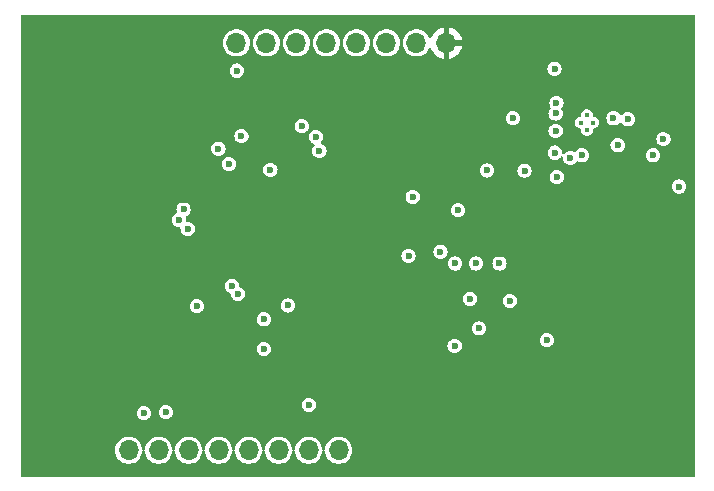
<source format=gbr>
%TF.GenerationSoftware,KiCad,Pcbnew,8.0.1*%
%TF.CreationDate,2024-04-28T17:40:03+05:30*%
%TF.ProjectId,ecg,6563672e-6b69-4636-9164-5f7063625858,rev?*%
%TF.SameCoordinates,Original*%
%TF.FileFunction,Copper,L2,Inr*%
%TF.FilePolarity,Positive*%
%FSLAX46Y46*%
G04 Gerber Fmt 4.6, Leading zero omitted, Abs format (unit mm)*
G04 Created by KiCad (PCBNEW 8.0.1) date 2024-04-28 17:40:03*
%MOMM*%
%LPD*%
G01*
G04 APERTURE LIST*
%TA.AperFunction,ComponentPad*%
%ADD10O,1.700000X1.700000*%
%TD*%
%TA.AperFunction,ComponentPad*%
%ADD11R,0.500000X0.900000*%
%TD*%
%TA.AperFunction,ComponentPad*%
%ADD12C,0.400000*%
%TD*%
%TA.AperFunction,ViaPad*%
%ADD13C,0.600000*%
%TD*%
%TA.AperFunction,Profile*%
%ADD14C,0.050000*%
%TD*%
G04 APERTURE END LIST*
D10*
%TO.N,LDO_OUT*%
%TO.C,U5*%
X152280000Y-81350000D03*
%TO.N,TMS*%
X154820000Y-81350000D03*
%TO.N,TDI*%
X157360000Y-81350000D03*
%TO.N,TDO*%
X159900000Y-81350000D03*
%TO.N,TCK*%
X162440000Y-81350000D03*
%TO.N,TXD0*%
X164980000Y-81350000D03*
%TO.N,RXD0*%
X167520000Y-81350000D03*
%TO.N,GND2*%
X170060000Y-81350000D03*
%TD*%
D11*
%TO.N,GND2*%
%TO.C,AE1*%
X139830000Y-96340000D03*
%TD*%
D10*
%TO.N,Net-(U1-GPIO21)*%
%TO.C,U6*%
X143160000Y-115850000D03*
%TO.N,Net-(U1-GPIO18)*%
X145700000Y-115850000D03*
%TO.N,Net-(U1-GPIO12)*%
X148240000Y-115850000D03*
%TO.N,Net-(U1-GPIO13)*%
X150780000Y-115850000D03*
%TO.N,Net-(U1-GPIO14)*%
X153320000Y-115850000D03*
%TO.N,Net-(U1-GPIO17)*%
X155860000Y-115850000D03*
%TO.N,USB_D+*%
X158400000Y-115850000D03*
%TO.N,USB_D-*%
X160940000Y-115850000D03*
%TD*%
D12*
%TO.N,N/C*%
%TO.C,U4*%
X181950000Y-88724999D03*
X182450000Y-88099999D03*
X181450000Y-88099999D03*
X181950000Y-87474999D03*
%TD*%
D13*
%TO.N,AnalogSig*%
X152400000Y-102600000D03*
X178550000Y-106525000D03*
X174550000Y-100025000D03*
X171050000Y-95525000D03*
%TO.N,Net-(U3-+)*%
X172050000Y-103025000D03*
X172800000Y-105525000D03*
%TO.N,LDO_OUT*%
X155150000Y-92100000D03*
X188430000Y-89490000D03*
X179370000Y-86430000D03*
X151650000Y-91600000D03*
X189760000Y-93510000D03*
X179236837Y-90638862D03*
X152300000Y-83700000D03*
X147797672Y-95452328D03*
X173480000Y-92150000D03*
X179400000Y-92700000D03*
%TO.N,GND2*%
X161000000Y-102000000D03*
X181500000Y-102910000D03*
X154200000Y-94400000D03*
%TO.N,Net-(R3-Pad1)*%
X167200000Y-94386200D03*
%TO.N,GND*%
X179300000Y-87325000D03*
X175430000Y-103190000D03*
X179210000Y-83530000D03*
%TO.N,Net-(R4-Pad1)*%
X170750000Y-107000000D03*
%TO.N,Net-(R3-Pad2)*%
X166850000Y-99386200D03*
%TO.N,Net-(U4-NR)*%
X184200000Y-87736091D03*
%TO.N,Net-(U4-FB_SNS)*%
X179300000Y-88792500D03*
X180550000Y-91092500D03*
X187570000Y-90870000D03*
%TO.N,Net-(U1-GPIO12)*%
X148920000Y-103640000D03*
X151900000Y-101930000D03*
%TO.N,USB_D-*%
X154600000Y-107250000D03*
X158400000Y-111990000D03*
%TO.N,Net-(U1-GPIO21)*%
X144440000Y-112710000D03*
X156630000Y-103580000D03*
%TO.N,Net-(U1-GPIO18)*%
X154600000Y-104760000D03*
X146300000Y-112620000D03*
%TO.N,RXD0*%
X159000000Y-89300000D03*
X150750000Y-90300000D03*
%TO.N,/EN*%
X147400000Y-96350000D03*
X169550000Y-99025000D03*
X170800000Y-100025000D03*
X172550000Y-100025000D03*
%TO.N,Net-(U1-U0TXD)*%
X152700000Y-89250000D03*
X157800000Y-88400000D03*
%TO.N,Net-(S1-COM_2)*%
X176670000Y-92160000D03*
X185400000Y-87825000D03*
X175690000Y-87720000D03*
X184550000Y-90025000D03*
X181530000Y-90870000D03*
%TO.N,Net-(S1-NO_1)*%
X148150000Y-97100000D03*
X159300000Y-90500000D03*
%TD*%
%TA.AperFunction,Conductor*%
%TO.N,GND2*%
G36*
X190943039Y-79019685D02*
G01*
X190988794Y-79072489D01*
X191000000Y-79124000D01*
X191000000Y-117876000D01*
X190980315Y-117943039D01*
X190927511Y-117988794D01*
X190876000Y-118000000D01*
X134124000Y-118000000D01*
X134056961Y-117980315D01*
X134011206Y-117927511D01*
X134000000Y-117876000D01*
X134000000Y-115850000D01*
X142004571Y-115850000D01*
X142024244Y-116062310D01*
X142082596Y-116267392D01*
X142082596Y-116267394D01*
X142177632Y-116458253D01*
X142177634Y-116458255D01*
X142306128Y-116628407D01*
X142463698Y-116772052D01*
X142644981Y-116884298D01*
X142843802Y-116961321D01*
X143053390Y-117000500D01*
X143053392Y-117000500D01*
X143266608Y-117000500D01*
X143266610Y-117000500D01*
X143476198Y-116961321D01*
X143675019Y-116884298D01*
X143856302Y-116772052D01*
X144013872Y-116628407D01*
X144142366Y-116458255D01*
X144237405Y-116267389D01*
X144295756Y-116062310D01*
X144306529Y-115946047D01*
X144332315Y-115881111D01*
X144374622Y-115850804D01*
X144483130Y-115850804D01*
X144519503Y-115871668D01*
X144551693Y-115933681D01*
X144553471Y-115946048D01*
X144564244Y-116062310D01*
X144622596Y-116267392D01*
X144622596Y-116267394D01*
X144717632Y-116458253D01*
X144717634Y-116458255D01*
X144846128Y-116628407D01*
X145003698Y-116772052D01*
X145184981Y-116884298D01*
X145383802Y-116961321D01*
X145593390Y-117000500D01*
X145593392Y-117000500D01*
X145806608Y-117000500D01*
X145806610Y-117000500D01*
X146016198Y-116961321D01*
X146215019Y-116884298D01*
X146396302Y-116772052D01*
X146553872Y-116628407D01*
X146682366Y-116458255D01*
X146777405Y-116267389D01*
X146835756Y-116062310D01*
X146846529Y-115946047D01*
X146872315Y-115881111D01*
X146914622Y-115850804D01*
X147023130Y-115850804D01*
X147059503Y-115871668D01*
X147091693Y-115933681D01*
X147093471Y-115946048D01*
X147104244Y-116062310D01*
X147162596Y-116267392D01*
X147162596Y-116267394D01*
X147257632Y-116458253D01*
X147257634Y-116458255D01*
X147386128Y-116628407D01*
X147543698Y-116772052D01*
X147724981Y-116884298D01*
X147923802Y-116961321D01*
X148133390Y-117000500D01*
X148133392Y-117000500D01*
X148346608Y-117000500D01*
X148346610Y-117000500D01*
X148556198Y-116961321D01*
X148755019Y-116884298D01*
X148936302Y-116772052D01*
X149093872Y-116628407D01*
X149222366Y-116458255D01*
X149317405Y-116267389D01*
X149375756Y-116062310D01*
X149386529Y-115946047D01*
X149412315Y-115881111D01*
X149454622Y-115850804D01*
X149563130Y-115850804D01*
X149599503Y-115871668D01*
X149631693Y-115933681D01*
X149633471Y-115946048D01*
X149644244Y-116062310D01*
X149702596Y-116267392D01*
X149702596Y-116267394D01*
X149797632Y-116458253D01*
X149797634Y-116458255D01*
X149926128Y-116628407D01*
X150083698Y-116772052D01*
X150264981Y-116884298D01*
X150463802Y-116961321D01*
X150673390Y-117000500D01*
X150673392Y-117000500D01*
X150886608Y-117000500D01*
X150886610Y-117000500D01*
X151096198Y-116961321D01*
X151295019Y-116884298D01*
X151476302Y-116772052D01*
X151633872Y-116628407D01*
X151762366Y-116458255D01*
X151857405Y-116267389D01*
X151915756Y-116062310D01*
X151926529Y-115946047D01*
X151952315Y-115881111D01*
X151994622Y-115850804D01*
X152103130Y-115850804D01*
X152139503Y-115871668D01*
X152171693Y-115933681D01*
X152173471Y-115946048D01*
X152184244Y-116062310D01*
X152242596Y-116267392D01*
X152242596Y-116267394D01*
X152337632Y-116458253D01*
X152337634Y-116458255D01*
X152466128Y-116628407D01*
X152623698Y-116772052D01*
X152804981Y-116884298D01*
X153003802Y-116961321D01*
X153213390Y-117000500D01*
X153213392Y-117000500D01*
X153426608Y-117000500D01*
X153426610Y-117000500D01*
X153636198Y-116961321D01*
X153835019Y-116884298D01*
X154016302Y-116772052D01*
X154173872Y-116628407D01*
X154302366Y-116458255D01*
X154397405Y-116267389D01*
X154455756Y-116062310D01*
X154466529Y-115946047D01*
X154492315Y-115881111D01*
X154534622Y-115850804D01*
X154643130Y-115850804D01*
X154679503Y-115871668D01*
X154711693Y-115933681D01*
X154713471Y-115946048D01*
X154724244Y-116062310D01*
X154782596Y-116267392D01*
X154782596Y-116267394D01*
X154877632Y-116458253D01*
X154877634Y-116458255D01*
X155006128Y-116628407D01*
X155163698Y-116772052D01*
X155344981Y-116884298D01*
X155543802Y-116961321D01*
X155753390Y-117000500D01*
X155753392Y-117000500D01*
X155966608Y-117000500D01*
X155966610Y-117000500D01*
X156176198Y-116961321D01*
X156375019Y-116884298D01*
X156556302Y-116772052D01*
X156713872Y-116628407D01*
X156842366Y-116458255D01*
X156937405Y-116267389D01*
X156995756Y-116062310D01*
X157006529Y-115946047D01*
X157032315Y-115881111D01*
X157074622Y-115850804D01*
X157183130Y-115850804D01*
X157219503Y-115871668D01*
X157251693Y-115933681D01*
X157253471Y-115946048D01*
X157264244Y-116062310D01*
X157322596Y-116267392D01*
X157322596Y-116267394D01*
X157417632Y-116458253D01*
X157417634Y-116458255D01*
X157546128Y-116628407D01*
X157703698Y-116772052D01*
X157884981Y-116884298D01*
X158083802Y-116961321D01*
X158293390Y-117000500D01*
X158293392Y-117000500D01*
X158506608Y-117000500D01*
X158506610Y-117000500D01*
X158716198Y-116961321D01*
X158915019Y-116884298D01*
X159096302Y-116772052D01*
X159253872Y-116628407D01*
X159382366Y-116458255D01*
X159477405Y-116267389D01*
X159535756Y-116062310D01*
X159546529Y-115946047D01*
X159572315Y-115881111D01*
X159614622Y-115850804D01*
X159723130Y-115850804D01*
X159759503Y-115871668D01*
X159791693Y-115933681D01*
X159793471Y-115946048D01*
X159804244Y-116062310D01*
X159862596Y-116267392D01*
X159862596Y-116267394D01*
X159957632Y-116458253D01*
X159957634Y-116458255D01*
X160086128Y-116628407D01*
X160243698Y-116772052D01*
X160424981Y-116884298D01*
X160623802Y-116961321D01*
X160833390Y-117000500D01*
X160833392Y-117000500D01*
X161046608Y-117000500D01*
X161046610Y-117000500D01*
X161256198Y-116961321D01*
X161455019Y-116884298D01*
X161636302Y-116772052D01*
X161793872Y-116628407D01*
X161922366Y-116458255D01*
X162017405Y-116267389D01*
X162075756Y-116062310D01*
X162095429Y-115850000D01*
X162075756Y-115637690D01*
X162017405Y-115432611D01*
X162017403Y-115432606D01*
X162017403Y-115432605D01*
X161922367Y-115241746D01*
X161793872Y-115071593D01*
X161636302Y-114927948D01*
X161455019Y-114815702D01*
X161455017Y-114815701D01*
X161355608Y-114777190D01*
X161256198Y-114738679D01*
X161046610Y-114699500D01*
X160833390Y-114699500D01*
X160623802Y-114738679D01*
X160623799Y-114738679D01*
X160623799Y-114738680D01*
X160424982Y-114815701D01*
X160424980Y-114815702D01*
X160243699Y-114927947D01*
X160086127Y-115071593D01*
X159957632Y-115241746D01*
X159862596Y-115432605D01*
X159862596Y-115432607D01*
X159804244Y-115637689D01*
X159793471Y-115753951D01*
X159767685Y-115818888D01*
X159723130Y-115850804D01*
X159614622Y-115850804D01*
X159616869Y-115849194D01*
X159580497Y-115828331D01*
X159548307Y-115766318D01*
X159546529Y-115753951D01*
X159545849Y-115746613D01*
X159535756Y-115637690D01*
X159477405Y-115432611D01*
X159477403Y-115432606D01*
X159477403Y-115432605D01*
X159382367Y-115241746D01*
X159253872Y-115071593D01*
X159096302Y-114927948D01*
X158915019Y-114815702D01*
X158915017Y-114815701D01*
X158815608Y-114777190D01*
X158716198Y-114738679D01*
X158506610Y-114699500D01*
X158293390Y-114699500D01*
X158083802Y-114738679D01*
X158083799Y-114738679D01*
X158083799Y-114738680D01*
X157884982Y-114815701D01*
X157884980Y-114815702D01*
X157703699Y-114927947D01*
X157546127Y-115071593D01*
X157417632Y-115241746D01*
X157322596Y-115432605D01*
X157322596Y-115432607D01*
X157264244Y-115637689D01*
X157253471Y-115753951D01*
X157227685Y-115818888D01*
X157183130Y-115850804D01*
X157074622Y-115850804D01*
X157076869Y-115849194D01*
X157040497Y-115828331D01*
X157008307Y-115766318D01*
X157006529Y-115753951D01*
X157005849Y-115746613D01*
X156995756Y-115637690D01*
X156937405Y-115432611D01*
X156937403Y-115432606D01*
X156937403Y-115432605D01*
X156842367Y-115241746D01*
X156713872Y-115071593D01*
X156556302Y-114927948D01*
X156375019Y-114815702D01*
X156375017Y-114815701D01*
X156275608Y-114777190D01*
X156176198Y-114738679D01*
X155966610Y-114699500D01*
X155753390Y-114699500D01*
X155543802Y-114738679D01*
X155543799Y-114738679D01*
X155543799Y-114738680D01*
X155344982Y-114815701D01*
X155344980Y-114815702D01*
X155163699Y-114927947D01*
X155006127Y-115071593D01*
X154877632Y-115241746D01*
X154782596Y-115432605D01*
X154782596Y-115432607D01*
X154724244Y-115637689D01*
X154713471Y-115753951D01*
X154687685Y-115818888D01*
X154643130Y-115850804D01*
X154534622Y-115850804D01*
X154536869Y-115849194D01*
X154500497Y-115828331D01*
X154468307Y-115766318D01*
X154466529Y-115753951D01*
X154465849Y-115746613D01*
X154455756Y-115637690D01*
X154397405Y-115432611D01*
X154397403Y-115432606D01*
X154397403Y-115432605D01*
X154302367Y-115241746D01*
X154173872Y-115071593D01*
X154016302Y-114927948D01*
X153835019Y-114815702D01*
X153835017Y-114815701D01*
X153735608Y-114777190D01*
X153636198Y-114738679D01*
X153426610Y-114699500D01*
X153213390Y-114699500D01*
X153003802Y-114738679D01*
X153003799Y-114738679D01*
X153003799Y-114738680D01*
X152804982Y-114815701D01*
X152804980Y-114815702D01*
X152623699Y-114927947D01*
X152466127Y-115071593D01*
X152337632Y-115241746D01*
X152242596Y-115432605D01*
X152242596Y-115432607D01*
X152184244Y-115637689D01*
X152173471Y-115753951D01*
X152147685Y-115818888D01*
X152103130Y-115850804D01*
X151994622Y-115850804D01*
X151996869Y-115849194D01*
X151960497Y-115828331D01*
X151928307Y-115766318D01*
X151926529Y-115753951D01*
X151925849Y-115746613D01*
X151915756Y-115637690D01*
X151857405Y-115432611D01*
X151857403Y-115432606D01*
X151857403Y-115432605D01*
X151762367Y-115241746D01*
X151633872Y-115071593D01*
X151476302Y-114927948D01*
X151295019Y-114815702D01*
X151295017Y-114815701D01*
X151195608Y-114777190D01*
X151096198Y-114738679D01*
X150886610Y-114699500D01*
X150673390Y-114699500D01*
X150463802Y-114738679D01*
X150463799Y-114738679D01*
X150463799Y-114738680D01*
X150264982Y-114815701D01*
X150264980Y-114815702D01*
X150083699Y-114927947D01*
X149926127Y-115071593D01*
X149797632Y-115241746D01*
X149702596Y-115432605D01*
X149702596Y-115432607D01*
X149644244Y-115637689D01*
X149633471Y-115753951D01*
X149607685Y-115818888D01*
X149563130Y-115850804D01*
X149454622Y-115850804D01*
X149456869Y-115849194D01*
X149420497Y-115828331D01*
X149388307Y-115766318D01*
X149386529Y-115753951D01*
X149385849Y-115746613D01*
X149375756Y-115637690D01*
X149317405Y-115432611D01*
X149317403Y-115432606D01*
X149317403Y-115432605D01*
X149222367Y-115241746D01*
X149093872Y-115071593D01*
X148936302Y-114927948D01*
X148755019Y-114815702D01*
X148755017Y-114815701D01*
X148655608Y-114777190D01*
X148556198Y-114738679D01*
X148346610Y-114699500D01*
X148133390Y-114699500D01*
X147923802Y-114738679D01*
X147923799Y-114738679D01*
X147923799Y-114738680D01*
X147724982Y-114815701D01*
X147724980Y-114815702D01*
X147543699Y-114927947D01*
X147386127Y-115071593D01*
X147257632Y-115241746D01*
X147162596Y-115432605D01*
X147162596Y-115432607D01*
X147104244Y-115637689D01*
X147093471Y-115753951D01*
X147067685Y-115818888D01*
X147023130Y-115850804D01*
X146914622Y-115850804D01*
X146916869Y-115849194D01*
X146880497Y-115828331D01*
X146848307Y-115766318D01*
X146846529Y-115753951D01*
X146845849Y-115746613D01*
X146835756Y-115637690D01*
X146777405Y-115432611D01*
X146777403Y-115432606D01*
X146777403Y-115432605D01*
X146682367Y-115241746D01*
X146553872Y-115071593D01*
X146396302Y-114927948D01*
X146215019Y-114815702D01*
X146215017Y-114815701D01*
X146115608Y-114777190D01*
X146016198Y-114738679D01*
X145806610Y-114699500D01*
X145593390Y-114699500D01*
X145383802Y-114738679D01*
X145383799Y-114738679D01*
X145383799Y-114738680D01*
X145184982Y-114815701D01*
X145184980Y-114815702D01*
X145003699Y-114927947D01*
X144846127Y-115071593D01*
X144717632Y-115241746D01*
X144622596Y-115432605D01*
X144622596Y-115432607D01*
X144564244Y-115637689D01*
X144553471Y-115753951D01*
X144527685Y-115818888D01*
X144483130Y-115850804D01*
X144374622Y-115850804D01*
X144376869Y-115849194D01*
X144340497Y-115828331D01*
X144308307Y-115766318D01*
X144306529Y-115753951D01*
X144305849Y-115746613D01*
X144295756Y-115637690D01*
X144237405Y-115432611D01*
X144237403Y-115432606D01*
X144237403Y-115432605D01*
X144142367Y-115241746D01*
X144013872Y-115071593D01*
X143856302Y-114927948D01*
X143675019Y-114815702D01*
X143675017Y-114815701D01*
X143575608Y-114777190D01*
X143476198Y-114738679D01*
X143266610Y-114699500D01*
X143053390Y-114699500D01*
X142843802Y-114738679D01*
X142843799Y-114738679D01*
X142843799Y-114738680D01*
X142644982Y-114815701D01*
X142644980Y-114815702D01*
X142463699Y-114927947D01*
X142306127Y-115071593D01*
X142177632Y-115241746D01*
X142082596Y-115432605D01*
X142082596Y-115432607D01*
X142024244Y-115637689D01*
X142004571Y-115849999D01*
X142004571Y-115850000D01*
X134000000Y-115850000D01*
X134000000Y-112710001D01*
X143834318Y-112710001D01*
X143854955Y-112866760D01*
X143854956Y-112866762D01*
X143915464Y-113012841D01*
X144011718Y-113138282D01*
X144137159Y-113234536D01*
X144283238Y-113295044D01*
X144361619Y-113305363D01*
X144439999Y-113315682D01*
X144440000Y-113315682D01*
X144440001Y-113315682D01*
X144492254Y-113308802D01*
X144596762Y-113295044D01*
X144742841Y-113234536D01*
X144868282Y-113138282D01*
X144964536Y-113012841D01*
X145025044Y-112866762D01*
X145045682Y-112710000D01*
X145033833Y-112620001D01*
X145694318Y-112620001D01*
X145714955Y-112776760D01*
X145714956Y-112776762D01*
X145775464Y-112922841D01*
X145871718Y-113048282D01*
X145997159Y-113144536D01*
X146143238Y-113205044D01*
X146221619Y-113215363D01*
X146299999Y-113225682D01*
X146300000Y-113225682D01*
X146300001Y-113225682D01*
X146352254Y-113218802D01*
X146456762Y-113205044D01*
X146602841Y-113144536D01*
X146728282Y-113048282D01*
X146824536Y-112922841D01*
X146885044Y-112776762D01*
X146905682Y-112620000D01*
X146902480Y-112595682D01*
X146885044Y-112463239D01*
X146885044Y-112463238D01*
X146824536Y-112317159D01*
X146728282Y-112191718D01*
X146602841Y-112095464D01*
X146456762Y-112034956D01*
X146456760Y-112034955D01*
X146300001Y-112014318D01*
X146299999Y-112014318D01*
X146143239Y-112034955D01*
X146143237Y-112034956D01*
X145997160Y-112095463D01*
X145871718Y-112191718D01*
X145775463Y-112317160D01*
X145714956Y-112463237D01*
X145714955Y-112463239D01*
X145694318Y-112619998D01*
X145694318Y-112620001D01*
X145033833Y-112620001D01*
X145025044Y-112553239D01*
X145025044Y-112553238D01*
X144964536Y-112407159D01*
X144868282Y-112281718D01*
X144742841Y-112185464D01*
X144649401Y-112146760D01*
X144596762Y-112124956D01*
X144596760Y-112124955D01*
X144440001Y-112104318D01*
X144439999Y-112104318D01*
X144283239Y-112124955D01*
X144283237Y-112124956D01*
X144137160Y-112185463D01*
X144011718Y-112281718D01*
X143915463Y-112407160D01*
X143854956Y-112553237D01*
X143854955Y-112553239D01*
X143834318Y-112709998D01*
X143834318Y-112710001D01*
X134000000Y-112710001D01*
X134000000Y-111990001D01*
X157794318Y-111990001D01*
X157814955Y-112146760D01*
X157814956Y-112146762D01*
X157830986Y-112185463D01*
X157875464Y-112292841D01*
X157971718Y-112418282D01*
X158097159Y-112514536D01*
X158243238Y-112575044D01*
X158321619Y-112585363D01*
X158399999Y-112595682D01*
X158400000Y-112595682D01*
X158400001Y-112595682D01*
X158452254Y-112588802D01*
X158556762Y-112575044D01*
X158702841Y-112514536D01*
X158828282Y-112418282D01*
X158924536Y-112292841D01*
X158985044Y-112146762D01*
X158999764Y-112034955D01*
X159005682Y-111990001D01*
X159005682Y-111989998D01*
X158985044Y-111833239D01*
X158985044Y-111833238D01*
X158924536Y-111687159D01*
X158828282Y-111561718D01*
X158702841Y-111465464D01*
X158556762Y-111404956D01*
X158556760Y-111404955D01*
X158400001Y-111384318D01*
X158399999Y-111384318D01*
X158243239Y-111404955D01*
X158243237Y-111404956D01*
X158097160Y-111465463D01*
X157971718Y-111561718D01*
X157875463Y-111687160D01*
X157814956Y-111833237D01*
X157814955Y-111833239D01*
X157794318Y-111989998D01*
X157794318Y-111990001D01*
X134000000Y-111990001D01*
X134000000Y-107250001D01*
X153994318Y-107250001D01*
X154014955Y-107406760D01*
X154014956Y-107406762D01*
X154075464Y-107552841D01*
X154171718Y-107678282D01*
X154297159Y-107774536D01*
X154443238Y-107835044D01*
X154521619Y-107845363D01*
X154599999Y-107855682D01*
X154600000Y-107855682D01*
X154600001Y-107855682D01*
X154652254Y-107848802D01*
X154756762Y-107835044D01*
X154902841Y-107774536D01*
X155028282Y-107678282D01*
X155124536Y-107552841D01*
X155185044Y-107406762D01*
X155205682Y-107250000D01*
X155185044Y-107093238D01*
X155146424Y-107000001D01*
X170144318Y-107000001D01*
X170164955Y-107156760D01*
X170164956Y-107156762D01*
X170203576Y-107250000D01*
X170225464Y-107302841D01*
X170321718Y-107428282D01*
X170447159Y-107524536D01*
X170593238Y-107585044D01*
X170671619Y-107595363D01*
X170749999Y-107605682D01*
X170750000Y-107605682D01*
X170750001Y-107605682D01*
X170802254Y-107598802D01*
X170906762Y-107585044D01*
X171052841Y-107524536D01*
X171178282Y-107428282D01*
X171274536Y-107302841D01*
X171335044Y-107156762D01*
X171348802Y-107052254D01*
X171355682Y-107000001D01*
X171355682Y-106999998D01*
X171335044Y-106843239D01*
X171335044Y-106843238D01*
X171274536Y-106697159D01*
X171178282Y-106571718D01*
X171117399Y-106525001D01*
X177944318Y-106525001D01*
X177964955Y-106681760D01*
X177964956Y-106681762D01*
X178025464Y-106827841D01*
X178121718Y-106953282D01*
X178247159Y-107049536D01*
X178393238Y-107110044D01*
X178471619Y-107120363D01*
X178549999Y-107130682D01*
X178550000Y-107130682D01*
X178550001Y-107130682D01*
X178602254Y-107123802D01*
X178706762Y-107110044D01*
X178852841Y-107049536D01*
X178978282Y-106953282D01*
X179074536Y-106827841D01*
X179135044Y-106681762D01*
X179148802Y-106577254D01*
X179155682Y-106525001D01*
X179155682Y-106524998D01*
X179141923Y-106420492D01*
X179135044Y-106368238D01*
X179074536Y-106222159D01*
X178978282Y-106096718D01*
X178852841Y-106000464D01*
X178706762Y-105939956D01*
X178706760Y-105939955D01*
X178550001Y-105919318D01*
X178549999Y-105919318D01*
X178393239Y-105939955D01*
X178393237Y-105939956D01*
X178247160Y-106000463D01*
X178121718Y-106096718D01*
X178025463Y-106222160D01*
X177964956Y-106368237D01*
X177964955Y-106368239D01*
X177944318Y-106524998D01*
X177944318Y-106525001D01*
X171117399Y-106525001D01*
X171052841Y-106475464D01*
X170906762Y-106414956D01*
X170906760Y-106414955D01*
X170750001Y-106394318D01*
X170749999Y-106394318D01*
X170593239Y-106414955D01*
X170593237Y-106414956D01*
X170447160Y-106475463D01*
X170321718Y-106571718D01*
X170225463Y-106697160D01*
X170164956Y-106843237D01*
X170164955Y-106843239D01*
X170144318Y-106999998D01*
X170144318Y-107000001D01*
X155146424Y-107000001D01*
X155124536Y-106947159D01*
X155028282Y-106821718D01*
X154902841Y-106725464D01*
X154756762Y-106664956D01*
X154756760Y-106664955D01*
X154600001Y-106644318D01*
X154599999Y-106644318D01*
X154443239Y-106664955D01*
X154443237Y-106664956D01*
X154297160Y-106725463D01*
X154171718Y-106821718D01*
X154075463Y-106947160D01*
X154014956Y-107093237D01*
X154014955Y-107093239D01*
X153994318Y-107249998D01*
X153994318Y-107250001D01*
X134000000Y-107250001D01*
X134000000Y-105525001D01*
X172194318Y-105525001D01*
X172214955Y-105681760D01*
X172214956Y-105681762D01*
X172275464Y-105827841D01*
X172371718Y-105953282D01*
X172497159Y-106049536D01*
X172643238Y-106110044D01*
X172721619Y-106120363D01*
X172799999Y-106130682D01*
X172800000Y-106130682D01*
X172800001Y-106130682D01*
X172852254Y-106123802D01*
X172956762Y-106110044D01*
X173102841Y-106049536D01*
X173228282Y-105953282D01*
X173324536Y-105827841D01*
X173385044Y-105681762D01*
X173405682Y-105525000D01*
X173385044Y-105368238D01*
X173324536Y-105222159D01*
X173228282Y-105096718D01*
X173102841Y-105000464D01*
X172956762Y-104939956D01*
X172956760Y-104939955D01*
X172800001Y-104919318D01*
X172799999Y-104919318D01*
X172643239Y-104939955D01*
X172643237Y-104939956D01*
X172497160Y-105000463D01*
X172371718Y-105096718D01*
X172275463Y-105222160D01*
X172214956Y-105368237D01*
X172214955Y-105368239D01*
X172194318Y-105524998D01*
X172194318Y-105525001D01*
X134000000Y-105525001D01*
X134000000Y-104760001D01*
X153994318Y-104760001D01*
X154014955Y-104916760D01*
X154014956Y-104916762D01*
X154049626Y-105000464D01*
X154075464Y-105062841D01*
X154171718Y-105188282D01*
X154297159Y-105284536D01*
X154443238Y-105345044D01*
X154521619Y-105355363D01*
X154599999Y-105365682D01*
X154600000Y-105365682D01*
X154600001Y-105365682D01*
X154652254Y-105358802D01*
X154756762Y-105345044D01*
X154902841Y-105284536D01*
X155028282Y-105188282D01*
X155124536Y-105062841D01*
X155185044Y-104916762D01*
X155205682Y-104760000D01*
X155185044Y-104603238D01*
X155124536Y-104457159D01*
X155028282Y-104331718D01*
X154902841Y-104235464D01*
X154756762Y-104174956D01*
X154756760Y-104174955D01*
X154600001Y-104154318D01*
X154599999Y-104154318D01*
X154443239Y-104174955D01*
X154443237Y-104174956D01*
X154297160Y-104235463D01*
X154171718Y-104331718D01*
X154075463Y-104457160D01*
X154014956Y-104603237D01*
X154014955Y-104603239D01*
X153994318Y-104759998D01*
X153994318Y-104760001D01*
X134000000Y-104760001D01*
X134000000Y-103640001D01*
X148314318Y-103640001D01*
X148334955Y-103796760D01*
X148334956Y-103796762D01*
X148395464Y-103942841D01*
X148491718Y-104068282D01*
X148617159Y-104164536D01*
X148763238Y-104225044D01*
X148841619Y-104235363D01*
X148919999Y-104245682D01*
X148920000Y-104245682D01*
X148920001Y-104245682D01*
X148972254Y-104238802D01*
X149076762Y-104225044D01*
X149222841Y-104164536D01*
X149348282Y-104068282D01*
X149444536Y-103942841D01*
X149505044Y-103796762D01*
X149525682Y-103640000D01*
X149524455Y-103630682D01*
X149517783Y-103580001D01*
X156024318Y-103580001D01*
X156044955Y-103736760D01*
X156044956Y-103736762D01*
X156069361Y-103795682D01*
X156105464Y-103882841D01*
X156201718Y-104008282D01*
X156327159Y-104104536D01*
X156473238Y-104165044D01*
X156548520Y-104174955D01*
X156629999Y-104185682D01*
X156630000Y-104185682D01*
X156630001Y-104185682D01*
X156711480Y-104174955D01*
X156786762Y-104165044D01*
X156932841Y-104104536D01*
X157058282Y-104008282D01*
X157154536Y-103882841D01*
X157215044Y-103736762D01*
X157235682Y-103580000D01*
X157231671Y-103549536D01*
X157215044Y-103423239D01*
X157215044Y-103423238D01*
X157154536Y-103277159D01*
X157058282Y-103151718D01*
X156932841Y-103055464D01*
X156931612Y-103054955D01*
X156859297Y-103025001D01*
X171444318Y-103025001D01*
X171464955Y-103181760D01*
X171464956Y-103181762D01*
X171525464Y-103327841D01*
X171621718Y-103453282D01*
X171747159Y-103549536D01*
X171893238Y-103610044D01*
X171955805Y-103618281D01*
X172049999Y-103630682D01*
X172050000Y-103630682D01*
X172050001Y-103630682D01*
X172102254Y-103623802D01*
X172206762Y-103610044D01*
X172352841Y-103549536D01*
X172478282Y-103453282D01*
X172574536Y-103327841D01*
X172631631Y-103190001D01*
X174824318Y-103190001D01*
X174844955Y-103346760D01*
X174844956Y-103346762D01*
X174905464Y-103492841D01*
X175001718Y-103618282D01*
X175127159Y-103714536D01*
X175273238Y-103775044D01*
X175351619Y-103785363D01*
X175429999Y-103795682D01*
X175430000Y-103795682D01*
X175430001Y-103795682D01*
X175482254Y-103788802D01*
X175586762Y-103775044D01*
X175732841Y-103714536D01*
X175858282Y-103618282D01*
X175954536Y-103492841D01*
X176015044Y-103346762D01*
X176032823Y-103211718D01*
X176035682Y-103190001D01*
X176035682Y-103189998D01*
X176015044Y-103033239D01*
X176015044Y-103033238D01*
X175954536Y-102887159D01*
X175858282Y-102761718D01*
X175732841Y-102665464D01*
X175586762Y-102604956D01*
X175586760Y-102604955D01*
X175430001Y-102584318D01*
X175429999Y-102584318D01*
X175273239Y-102604955D01*
X175273237Y-102604956D01*
X175127160Y-102665463D01*
X175001718Y-102761718D01*
X174905463Y-102887160D01*
X174844956Y-103033237D01*
X174844955Y-103033239D01*
X174824318Y-103189998D01*
X174824318Y-103190001D01*
X172631631Y-103190001D01*
X172635044Y-103181762D01*
X172651671Y-103055464D01*
X172655682Y-103025001D01*
X172655682Y-103024998D01*
X172635044Y-102868239D01*
X172635044Y-102868238D01*
X172574536Y-102722159D01*
X172478282Y-102596718D01*
X172352841Y-102500464D01*
X172206762Y-102439956D01*
X172206760Y-102439955D01*
X172050001Y-102419318D01*
X172049999Y-102419318D01*
X171893239Y-102439955D01*
X171893237Y-102439956D01*
X171747160Y-102500463D01*
X171621718Y-102596718D01*
X171525463Y-102722160D01*
X171464956Y-102868237D01*
X171464955Y-102868239D01*
X171444318Y-103024998D01*
X171444318Y-103025001D01*
X156859297Y-103025001D01*
X156786762Y-102994956D01*
X156786760Y-102994955D01*
X156630001Y-102974318D01*
X156629999Y-102974318D01*
X156473239Y-102994955D01*
X156473237Y-102994956D01*
X156327160Y-103055463D01*
X156201718Y-103151718D01*
X156105463Y-103277160D01*
X156044956Y-103423237D01*
X156044955Y-103423239D01*
X156024318Y-103579998D01*
X156024318Y-103580001D01*
X149517783Y-103580001D01*
X149505044Y-103483239D01*
X149505044Y-103483238D01*
X149444536Y-103337159D01*
X149348282Y-103211718D01*
X149222841Y-103115464D01*
X149076762Y-103054956D01*
X149076760Y-103054955D01*
X148920001Y-103034318D01*
X148919999Y-103034318D01*
X148763239Y-103054955D01*
X148763237Y-103054956D01*
X148617160Y-103115463D01*
X148491718Y-103211718D01*
X148395463Y-103337160D01*
X148334956Y-103483237D01*
X148334955Y-103483239D01*
X148314318Y-103639998D01*
X148314318Y-103640001D01*
X134000000Y-103640001D01*
X134000000Y-101930001D01*
X151294318Y-101930001D01*
X151314955Y-102086760D01*
X151314956Y-102086762D01*
X151375464Y-102232841D01*
X151471718Y-102358282D01*
X151597159Y-102454536D01*
X151719292Y-102505125D01*
X151773695Y-102548966D01*
X151794778Y-102603500D01*
X151814956Y-102756760D01*
X151814956Y-102756762D01*
X151861130Y-102868237D01*
X151875464Y-102902841D01*
X151971718Y-103028282D01*
X152097159Y-103124536D01*
X152243238Y-103185044D01*
X152321619Y-103195363D01*
X152399999Y-103205682D01*
X152400000Y-103205682D01*
X152400001Y-103205682D01*
X152452254Y-103198802D01*
X152556762Y-103185044D01*
X152702841Y-103124536D01*
X152828282Y-103028282D01*
X152924536Y-102902841D01*
X152985044Y-102756762D01*
X153005682Y-102600000D01*
X153003617Y-102584318D01*
X152985044Y-102443239D01*
X152985044Y-102443238D01*
X152924536Y-102297159D01*
X152828282Y-102171718D01*
X152702841Y-102075464D01*
X152702839Y-102075463D01*
X152580707Y-102024874D01*
X152526304Y-101981033D01*
X152505221Y-101926498D01*
X152485044Y-101773239D01*
X152485044Y-101773238D01*
X152424536Y-101627159D01*
X152328282Y-101501718D01*
X152202841Y-101405464D01*
X152056762Y-101344956D01*
X152056760Y-101344955D01*
X151900001Y-101324318D01*
X151899999Y-101324318D01*
X151743239Y-101344955D01*
X151743237Y-101344956D01*
X151597160Y-101405463D01*
X151471718Y-101501718D01*
X151375463Y-101627160D01*
X151314956Y-101773237D01*
X151314955Y-101773239D01*
X151294318Y-101929998D01*
X151294318Y-101930001D01*
X134000000Y-101930001D01*
X134000000Y-100025001D01*
X170194318Y-100025001D01*
X170214955Y-100181760D01*
X170214956Y-100181762D01*
X170275464Y-100327841D01*
X170371718Y-100453282D01*
X170497159Y-100549536D01*
X170643238Y-100610044D01*
X170721619Y-100620363D01*
X170799999Y-100630682D01*
X170800000Y-100630682D01*
X170800001Y-100630682D01*
X170852254Y-100623802D01*
X170956762Y-100610044D01*
X171102841Y-100549536D01*
X171228282Y-100453282D01*
X171324536Y-100327841D01*
X171385044Y-100181762D01*
X171405682Y-100025001D01*
X171944318Y-100025001D01*
X171964955Y-100181760D01*
X171964956Y-100181762D01*
X172025464Y-100327841D01*
X172121718Y-100453282D01*
X172247159Y-100549536D01*
X172393238Y-100610044D01*
X172471619Y-100620363D01*
X172549999Y-100630682D01*
X172550000Y-100630682D01*
X172550001Y-100630682D01*
X172602254Y-100623802D01*
X172706762Y-100610044D01*
X172852841Y-100549536D01*
X172978282Y-100453282D01*
X173074536Y-100327841D01*
X173135044Y-100181762D01*
X173155682Y-100025001D01*
X173944318Y-100025001D01*
X173964955Y-100181760D01*
X173964956Y-100181762D01*
X174025464Y-100327841D01*
X174121718Y-100453282D01*
X174247159Y-100549536D01*
X174393238Y-100610044D01*
X174471619Y-100620363D01*
X174549999Y-100630682D01*
X174550000Y-100630682D01*
X174550001Y-100630682D01*
X174602254Y-100623802D01*
X174706762Y-100610044D01*
X174852841Y-100549536D01*
X174978282Y-100453282D01*
X175074536Y-100327841D01*
X175135044Y-100181762D01*
X175155682Y-100025000D01*
X175135044Y-99868238D01*
X175074536Y-99722159D01*
X174978282Y-99596718D01*
X174852841Y-99500464D01*
X174706762Y-99439956D01*
X174706760Y-99439955D01*
X174550001Y-99419318D01*
X174549999Y-99419318D01*
X174393239Y-99439955D01*
X174393237Y-99439956D01*
X174247160Y-99500463D01*
X174121718Y-99596718D01*
X174025463Y-99722160D01*
X173964956Y-99868237D01*
X173964955Y-99868239D01*
X173944318Y-100024998D01*
X173944318Y-100025001D01*
X173155682Y-100025001D01*
X173155682Y-100025000D01*
X173135044Y-99868238D01*
X173074536Y-99722159D01*
X172978282Y-99596718D01*
X172852841Y-99500464D01*
X172706762Y-99439956D01*
X172706760Y-99439955D01*
X172550001Y-99419318D01*
X172549999Y-99419318D01*
X172393239Y-99439955D01*
X172393237Y-99439956D01*
X172247160Y-99500463D01*
X172121718Y-99596718D01*
X172025463Y-99722160D01*
X171964956Y-99868237D01*
X171964955Y-99868239D01*
X171944318Y-100024998D01*
X171944318Y-100025001D01*
X171405682Y-100025001D01*
X171405682Y-100025000D01*
X171385044Y-99868238D01*
X171324536Y-99722159D01*
X171228282Y-99596718D01*
X171102841Y-99500464D01*
X170956762Y-99439956D01*
X170956760Y-99439955D01*
X170800001Y-99419318D01*
X170799999Y-99419318D01*
X170643239Y-99439955D01*
X170643237Y-99439956D01*
X170497160Y-99500463D01*
X170371718Y-99596718D01*
X170275463Y-99722160D01*
X170214956Y-99868237D01*
X170214955Y-99868239D01*
X170194318Y-100024998D01*
X170194318Y-100025001D01*
X134000000Y-100025001D01*
X134000000Y-99386201D01*
X166244318Y-99386201D01*
X166264955Y-99542960D01*
X166264956Y-99542962D01*
X166325464Y-99689041D01*
X166421718Y-99814482D01*
X166547159Y-99910736D01*
X166693238Y-99971244D01*
X166771619Y-99981563D01*
X166849999Y-99991882D01*
X166850000Y-99991882D01*
X166850001Y-99991882D01*
X166902254Y-99985002D01*
X167006762Y-99971244D01*
X167152841Y-99910736D01*
X167278282Y-99814482D01*
X167374536Y-99689041D01*
X167435044Y-99542962D01*
X167455682Y-99386200D01*
X167435044Y-99229438D01*
X167374536Y-99083359D01*
X167329756Y-99025001D01*
X168944318Y-99025001D01*
X168964955Y-99181760D01*
X168964956Y-99181762D01*
X169025464Y-99327841D01*
X169121718Y-99453282D01*
X169247159Y-99549536D01*
X169393238Y-99610044D01*
X169471619Y-99620363D01*
X169549999Y-99630682D01*
X169550000Y-99630682D01*
X169550001Y-99630682D01*
X169602254Y-99623802D01*
X169706762Y-99610044D01*
X169852841Y-99549536D01*
X169978282Y-99453282D01*
X170074536Y-99327841D01*
X170135044Y-99181762D01*
X170155682Y-99025000D01*
X170135044Y-98868238D01*
X170074536Y-98722159D01*
X169978282Y-98596718D01*
X169852841Y-98500464D01*
X169706762Y-98439956D01*
X169706760Y-98439955D01*
X169550001Y-98419318D01*
X169549999Y-98419318D01*
X169393239Y-98439955D01*
X169393237Y-98439956D01*
X169247160Y-98500463D01*
X169121718Y-98596718D01*
X169025463Y-98722160D01*
X168964956Y-98868237D01*
X168964955Y-98868239D01*
X168944318Y-99024998D01*
X168944318Y-99025001D01*
X167329756Y-99025001D01*
X167278282Y-98957918D01*
X167152841Y-98861664D01*
X167006762Y-98801156D01*
X167006760Y-98801155D01*
X166850001Y-98780518D01*
X166849999Y-98780518D01*
X166693239Y-98801155D01*
X166693237Y-98801156D01*
X166547160Y-98861663D01*
X166421718Y-98957918D01*
X166325463Y-99083360D01*
X166264956Y-99229437D01*
X166264955Y-99229439D01*
X166244318Y-99386198D01*
X166244318Y-99386201D01*
X134000000Y-99386201D01*
X134000000Y-96350001D01*
X146794318Y-96350001D01*
X146814955Y-96506760D01*
X146814956Y-96506762D01*
X146875464Y-96652841D01*
X146971718Y-96778282D01*
X147097159Y-96874536D01*
X147243238Y-96935044D01*
X147400000Y-96955682D01*
X147405975Y-96954895D01*
X147475010Y-96965657D01*
X147527268Y-97012034D01*
X147546157Y-97079302D01*
X147545106Y-97094015D01*
X147544318Y-97100001D01*
X147564955Y-97256760D01*
X147564956Y-97256762D01*
X147625464Y-97402841D01*
X147721718Y-97528282D01*
X147847159Y-97624536D01*
X147993238Y-97685044D01*
X148071619Y-97695363D01*
X148149999Y-97705682D01*
X148150000Y-97705682D01*
X148150001Y-97705682D01*
X148202254Y-97698802D01*
X148306762Y-97685044D01*
X148452841Y-97624536D01*
X148578282Y-97528282D01*
X148674536Y-97402841D01*
X148735044Y-97256762D01*
X148755682Y-97100000D01*
X148735044Y-96943238D01*
X148674536Y-96797159D01*
X148578282Y-96671718D01*
X148452841Y-96575464D01*
X148306762Y-96514956D01*
X148306760Y-96514955D01*
X148150001Y-96494318D01*
X148150000Y-96494318D01*
X148144015Y-96495106D01*
X148074980Y-96484338D01*
X148022725Y-96437956D01*
X148003842Y-96370687D01*
X148004894Y-96355982D01*
X148005682Y-96350000D01*
X147985044Y-96193238D01*
X147972906Y-96163935D01*
X147965437Y-96094470D01*
X147996711Y-96031990D01*
X148040015Y-96001923D01*
X148100513Y-95976864D01*
X148225954Y-95880610D01*
X148322208Y-95755169D01*
X148382716Y-95609090D01*
X148393786Y-95525001D01*
X170444318Y-95525001D01*
X170464955Y-95681760D01*
X170464956Y-95681762D01*
X170514099Y-95800405D01*
X170525464Y-95827841D01*
X170621718Y-95953282D01*
X170747159Y-96049536D01*
X170893238Y-96110044D01*
X170971619Y-96120363D01*
X171049999Y-96130682D01*
X171050000Y-96130682D01*
X171050001Y-96130682D01*
X171102254Y-96123802D01*
X171206762Y-96110044D01*
X171352841Y-96049536D01*
X171478282Y-95953282D01*
X171574536Y-95827841D01*
X171635044Y-95681762D01*
X171655682Y-95525000D01*
X171635044Y-95368238D01*
X171574536Y-95222159D01*
X171478282Y-95096718D01*
X171352841Y-95000464D01*
X171332122Y-94991882D01*
X171206762Y-94939956D01*
X171206760Y-94939955D01*
X171050001Y-94919318D01*
X171049999Y-94919318D01*
X170893239Y-94939955D01*
X170893237Y-94939956D01*
X170747160Y-95000463D01*
X170621718Y-95096718D01*
X170525463Y-95222160D01*
X170464956Y-95368237D01*
X170464955Y-95368239D01*
X170444318Y-95524998D01*
X170444318Y-95525001D01*
X148393786Y-95525001D01*
X148403354Y-95452328D01*
X148382716Y-95295566D01*
X148322208Y-95149487D01*
X148225954Y-95024046D01*
X148100513Y-94927792D01*
X148059336Y-94910736D01*
X147954434Y-94867284D01*
X147954432Y-94867283D01*
X147797673Y-94846646D01*
X147797671Y-94846646D01*
X147640911Y-94867283D01*
X147640909Y-94867284D01*
X147494832Y-94927791D01*
X147369390Y-95024046D01*
X147273135Y-95149488D01*
X147212628Y-95295565D01*
X147212627Y-95295567D01*
X147191990Y-95452326D01*
X147191990Y-95452329D01*
X147212627Y-95609088D01*
X147212629Y-95609093D01*
X147224765Y-95638392D01*
X147232234Y-95707861D01*
X147200959Y-95770340D01*
X147157657Y-95800405D01*
X147097160Y-95825463D01*
X146971718Y-95921718D01*
X146875463Y-96047160D01*
X146814956Y-96193237D01*
X146814955Y-96193239D01*
X146794318Y-96349998D01*
X146794318Y-96350001D01*
X134000000Y-96350001D01*
X134000000Y-94386201D01*
X166594318Y-94386201D01*
X166614955Y-94542960D01*
X166614956Y-94542962D01*
X166675464Y-94689041D01*
X166771718Y-94814482D01*
X166897159Y-94910736D01*
X167043238Y-94971244D01*
X167121619Y-94981563D01*
X167199999Y-94991882D01*
X167200000Y-94991882D01*
X167200001Y-94991882D01*
X167252254Y-94985002D01*
X167356762Y-94971244D01*
X167502841Y-94910736D01*
X167628282Y-94814482D01*
X167724536Y-94689041D01*
X167785044Y-94542962D01*
X167805682Y-94386200D01*
X167785044Y-94229438D01*
X167724536Y-94083359D01*
X167628282Y-93957918D01*
X167502841Y-93861664D01*
X167356762Y-93801156D01*
X167356760Y-93801155D01*
X167200001Y-93780518D01*
X167199999Y-93780518D01*
X167043239Y-93801155D01*
X167043237Y-93801156D01*
X166897160Y-93861663D01*
X166771718Y-93957918D01*
X166675463Y-94083360D01*
X166614956Y-94229437D01*
X166614955Y-94229439D01*
X166594318Y-94386198D01*
X166594318Y-94386201D01*
X134000000Y-94386201D01*
X134000000Y-93510001D01*
X189154318Y-93510001D01*
X189174955Y-93666760D01*
X189174956Y-93666762D01*
X189235464Y-93812841D01*
X189331718Y-93938282D01*
X189457159Y-94034536D01*
X189603238Y-94095044D01*
X189681619Y-94105363D01*
X189759999Y-94115682D01*
X189760000Y-94115682D01*
X189760001Y-94115682D01*
X189812254Y-94108802D01*
X189916762Y-94095044D01*
X190062841Y-94034536D01*
X190188282Y-93938282D01*
X190284536Y-93812841D01*
X190345044Y-93666762D01*
X190365682Y-93510000D01*
X190345044Y-93353238D01*
X190284536Y-93207159D01*
X190188282Y-93081718D01*
X190062841Y-92985464D01*
X189916762Y-92924956D01*
X189916760Y-92924955D01*
X189760001Y-92904318D01*
X189759999Y-92904318D01*
X189603239Y-92924955D01*
X189603237Y-92924956D01*
X189457160Y-92985463D01*
X189331718Y-93081718D01*
X189235463Y-93207160D01*
X189174956Y-93353237D01*
X189174955Y-93353239D01*
X189154318Y-93509998D01*
X189154318Y-93510001D01*
X134000000Y-93510001D01*
X134000000Y-91600001D01*
X151044318Y-91600001D01*
X151064955Y-91756760D01*
X151064956Y-91756762D01*
X151125464Y-91902841D01*
X151221718Y-92028282D01*
X151347159Y-92124536D01*
X151493238Y-92185044D01*
X151571619Y-92195363D01*
X151649999Y-92205682D01*
X151650000Y-92205682D01*
X151650001Y-92205682D01*
X151702254Y-92198802D01*
X151806762Y-92185044D01*
X151952841Y-92124536D01*
X151984816Y-92100001D01*
X154544318Y-92100001D01*
X154564955Y-92256760D01*
X154564956Y-92256762D01*
X154625464Y-92402841D01*
X154721718Y-92528282D01*
X154847159Y-92624536D01*
X154993238Y-92685044D01*
X155071619Y-92695363D01*
X155149999Y-92705682D01*
X155150000Y-92705682D01*
X155150001Y-92705682D01*
X155202254Y-92698802D01*
X155306762Y-92685044D01*
X155452841Y-92624536D01*
X155578282Y-92528282D01*
X155674536Y-92402841D01*
X155735044Y-92256762D01*
X155749099Y-92150001D01*
X172874318Y-92150001D01*
X172894955Y-92306760D01*
X172894956Y-92306762D01*
X172955464Y-92452841D01*
X173051718Y-92578282D01*
X173177159Y-92674536D01*
X173323238Y-92735044D01*
X173399188Y-92745043D01*
X173479999Y-92755682D01*
X173480000Y-92755682D01*
X173480001Y-92755682D01*
X173560804Y-92745044D01*
X173636762Y-92735044D01*
X173782841Y-92674536D01*
X173908282Y-92578282D01*
X174004536Y-92452841D01*
X174065044Y-92306762D01*
X174084365Y-92160001D01*
X176064318Y-92160001D01*
X176084955Y-92316760D01*
X176084956Y-92316762D01*
X176118257Y-92397159D01*
X176145464Y-92462841D01*
X176241718Y-92588282D01*
X176367159Y-92684536D01*
X176513238Y-92745044D01*
X176591619Y-92755363D01*
X176669999Y-92765682D01*
X176670000Y-92765682D01*
X176670001Y-92765682D01*
X176722254Y-92758802D01*
X176826762Y-92745044D01*
X176935505Y-92700001D01*
X178794318Y-92700001D01*
X178814955Y-92856760D01*
X178814956Y-92856762D01*
X178843202Y-92924955D01*
X178875464Y-93002841D01*
X178971718Y-93128282D01*
X179097159Y-93224536D01*
X179243238Y-93285044D01*
X179321619Y-93295363D01*
X179399999Y-93305682D01*
X179400000Y-93305682D01*
X179400001Y-93305682D01*
X179452254Y-93298802D01*
X179556762Y-93285044D01*
X179702841Y-93224536D01*
X179828282Y-93128282D01*
X179924536Y-93002841D01*
X179985044Y-92856762D01*
X180005682Y-92700000D01*
X179985044Y-92543238D01*
X179924536Y-92397159D01*
X179828282Y-92271718D01*
X179702841Y-92175464D01*
X179556762Y-92114956D01*
X179556760Y-92114955D01*
X179400001Y-92094318D01*
X179399999Y-92094318D01*
X179243239Y-92114955D01*
X179243237Y-92114956D01*
X179097160Y-92175463D01*
X178971718Y-92271718D01*
X178875463Y-92397160D01*
X178814956Y-92543237D01*
X178814955Y-92543239D01*
X178794318Y-92699998D01*
X178794318Y-92700001D01*
X176935505Y-92700001D01*
X176972841Y-92684536D01*
X177098282Y-92588282D01*
X177194536Y-92462841D01*
X177255044Y-92316762D01*
X177275682Y-92160000D01*
X177274365Y-92150000D01*
X177255044Y-92003239D01*
X177255044Y-92003238D01*
X177194536Y-91857159D01*
X177098282Y-91731718D01*
X176972841Y-91635464D01*
X176948696Y-91625463D01*
X176826762Y-91574956D01*
X176826760Y-91574955D01*
X176670001Y-91554318D01*
X176669999Y-91554318D01*
X176513239Y-91574955D01*
X176513237Y-91574956D01*
X176367160Y-91635463D01*
X176241718Y-91731718D01*
X176145463Y-91857160D01*
X176084956Y-92003237D01*
X176084955Y-92003239D01*
X176064318Y-92159998D01*
X176064318Y-92160001D01*
X174084365Y-92160001D01*
X174085682Y-92150001D01*
X174085682Y-92149998D01*
X174066361Y-92003239D01*
X174065044Y-91993238D01*
X174004536Y-91847159D01*
X173908282Y-91721718D01*
X173782841Y-91625464D01*
X173636762Y-91564956D01*
X173636760Y-91564955D01*
X173480001Y-91544318D01*
X173479999Y-91544318D01*
X173323239Y-91564955D01*
X173323237Y-91564956D01*
X173177160Y-91625463D01*
X173051718Y-91721718D01*
X172955463Y-91847160D01*
X172894956Y-91993237D01*
X172894955Y-91993239D01*
X172874318Y-92149998D01*
X172874318Y-92150001D01*
X155749099Y-92150001D01*
X155755682Y-92100000D01*
X155735044Y-91943238D01*
X155674536Y-91797159D01*
X155578282Y-91671718D01*
X155452841Y-91575464D01*
X155451612Y-91574955D01*
X155306762Y-91514956D01*
X155306760Y-91514955D01*
X155150001Y-91494318D01*
X155149999Y-91494318D01*
X154993239Y-91514955D01*
X154993237Y-91514956D01*
X154847160Y-91575463D01*
X154721718Y-91671718D01*
X154625463Y-91797160D01*
X154564956Y-91943237D01*
X154564955Y-91943239D01*
X154544318Y-92099998D01*
X154544318Y-92100001D01*
X151984816Y-92100001D01*
X152078282Y-92028282D01*
X152174536Y-91902841D01*
X152235044Y-91756762D01*
X152255682Y-91600000D01*
X152251068Y-91564956D01*
X152235044Y-91443239D01*
X152235044Y-91443238D01*
X152174536Y-91297159D01*
X152078282Y-91171718D01*
X151952841Y-91075464D01*
X151932752Y-91067143D01*
X151806762Y-91014956D01*
X151806760Y-91014955D01*
X151650001Y-90994318D01*
X151649999Y-90994318D01*
X151493239Y-91014955D01*
X151493237Y-91014956D01*
X151347160Y-91075463D01*
X151221718Y-91171718D01*
X151125463Y-91297160D01*
X151064956Y-91443237D01*
X151064955Y-91443239D01*
X151044318Y-91599998D01*
X151044318Y-91600001D01*
X134000000Y-91600001D01*
X134000000Y-90300001D01*
X150144318Y-90300001D01*
X150164955Y-90456760D01*
X150164956Y-90456762D01*
X150225464Y-90602841D01*
X150321718Y-90728282D01*
X150447159Y-90824536D01*
X150593238Y-90885044D01*
X150671619Y-90895363D01*
X150749999Y-90905682D01*
X150750000Y-90905682D01*
X150750001Y-90905682D01*
X150802254Y-90898802D01*
X150906762Y-90885044D01*
X151052841Y-90824536D01*
X151178282Y-90728282D01*
X151274536Y-90602841D01*
X151335044Y-90456762D01*
X151355682Y-90300000D01*
X151353701Y-90284956D01*
X151335044Y-90143239D01*
X151335044Y-90143238D01*
X151274536Y-89997159D01*
X151178282Y-89871718D01*
X151052841Y-89775464D01*
X150906762Y-89714956D01*
X150906760Y-89714955D01*
X150750001Y-89694318D01*
X150749999Y-89694318D01*
X150593239Y-89714955D01*
X150593237Y-89714956D01*
X150447160Y-89775463D01*
X150321718Y-89871718D01*
X150225463Y-89997160D01*
X150164956Y-90143237D01*
X150164955Y-90143239D01*
X150144318Y-90299998D01*
X150144318Y-90300001D01*
X134000000Y-90300001D01*
X134000000Y-89250001D01*
X152094318Y-89250001D01*
X152114955Y-89406760D01*
X152114956Y-89406762D01*
X152149433Y-89489998D01*
X152175464Y-89552841D01*
X152271718Y-89678282D01*
X152397159Y-89774536D01*
X152543238Y-89835044D01*
X152621619Y-89845363D01*
X152699999Y-89855682D01*
X152700000Y-89855682D01*
X152700001Y-89855682D01*
X152752254Y-89848802D01*
X152856762Y-89835044D01*
X153002841Y-89774536D01*
X153128282Y-89678282D01*
X153224536Y-89552841D01*
X153285044Y-89406762D01*
X153299099Y-89300001D01*
X158394318Y-89300001D01*
X158414955Y-89456760D01*
X158414956Y-89456762D01*
X158475464Y-89602841D01*
X158571718Y-89728282D01*
X158697159Y-89824536D01*
X158824245Y-89877176D01*
X158878647Y-89921017D01*
X158900712Y-89987311D01*
X158883433Y-90055010D01*
X158875167Y-90067223D01*
X158775464Y-90197157D01*
X158714956Y-90343237D01*
X158714955Y-90343239D01*
X158694318Y-90499998D01*
X158694318Y-90500001D01*
X158714955Y-90656760D01*
X158714956Y-90656762D01*
X158772474Y-90795624D01*
X158775464Y-90802841D01*
X158871718Y-90928282D01*
X158997159Y-91024536D01*
X159143238Y-91085044D01*
X159199880Y-91092501D01*
X159299999Y-91105682D01*
X159300000Y-91105682D01*
X159300001Y-91105682D01*
X159352254Y-91098802D01*
X159456762Y-91085044D01*
X159602841Y-91024536D01*
X159728282Y-90928282D01*
X159824536Y-90802841D01*
X159885044Y-90656762D01*
X159887400Y-90638863D01*
X178631155Y-90638863D01*
X178651792Y-90795622D01*
X178651793Y-90795624D01*
X178697380Y-90905682D01*
X178712301Y-90941703D01*
X178808555Y-91067144D01*
X178933996Y-91163398D01*
X179080075Y-91223906D01*
X179158456Y-91234225D01*
X179236836Y-91244544D01*
X179236837Y-91244544D01*
X179236838Y-91244544D01*
X179289091Y-91237664D01*
X179393599Y-91223906D01*
X179539678Y-91163398D01*
X179665119Y-91067144D01*
X179724452Y-90989818D01*
X179780880Y-90948616D01*
X179850626Y-90944461D01*
X179911546Y-90978673D01*
X179944299Y-91040390D01*
X179945767Y-91081488D01*
X179944318Y-91092495D01*
X179944318Y-91092501D01*
X179964955Y-91249260D01*
X179964956Y-91249262D01*
X180025130Y-91394536D01*
X180025464Y-91395341D01*
X180121718Y-91520782D01*
X180247159Y-91617036D01*
X180393238Y-91677544D01*
X180471619Y-91687863D01*
X180549999Y-91698182D01*
X180550000Y-91698182D01*
X180550001Y-91698182D01*
X180602254Y-91691302D01*
X180706762Y-91677544D01*
X180852841Y-91617036D01*
X180978282Y-91520782D01*
X181056000Y-91419497D01*
X181112425Y-91378296D01*
X181182171Y-91374141D01*
X181219422Y-91391689D01*
X181220124Y-91390474D01*
X181227157Y-91394534D01*
X181227159Y-91394536D01*
X181227160Y-91394536D01*
X181227163Y-91394538D01*
X181229102Y-91395341D01*
X181373238Y-91455044D01*
X181451619Y-91465363D01*
X181529999Y-91475682D01*
X181530000Y-91475682D01*
X181530001Y-91475682D01*
X181582254Y-91468802D01*
X181686762Y-91455044D01*
X181832841Y-91394536D01*
X181958282Y-91298282D01*
X182054536Y-91172841D01*
X182115044Y-91026762D01*
X182130984Y-90905682D01*
X182135682Y-90870001D01*
X186964318Y-90870001D01*
X186984955Y-91026760D01*
X186984956Y-91026762D01*
X187041552Y-91163398D01*
X187045464Y-91172841D01*
X187141718Y-91298282D01*
X187267159Y-91394536D01*
X187413238Y-91455044D01*
X187491619Y-91465363D01*
X187569999Y-91475682D01*
X187570000Y-91475682D01*
X187570001Y-91475682D01*
X187622254Y-91468802D01*
X187726762Y-91455044D01*
X187872841Y-91394536D01*
X187998282Y-91298282D01*
X188094536Y-91172841D01*
X188155044Y-91026762D01*
X188170984Y-90905682D01*
X188175682Y-90870001D01*
X188175682Y-90869998D01*
X188161923Y-90765492D01*
X188155044Y-90713238D01*
X188094536Y-90567159D01*
X187998282Y-90441718D01*
X187872841Y-90345464D01*
X187867469Y-90343239D01*
X187726762Y-90284956D01*
X187726760Y-90284955D01*
X187570001Y-90264318D01*
X187569999Y-90264318D01*
X187413239Y-90284955D01*
X187413237Y-90284956D01*
X187267160Y-90345463D01*
X187141718Y-90441718D01*
X187045463Y-90567160D01*
X186984956Y-90713237D01*
X186984955Y-90713239D01*
X186964318Y-90869998D01*
X186964318Y-90870001D01*
X182135682Y-90870001D01*
X182135682Y-90869998D01*
X182121923Y-90765492D01*
X182115044Y-90713238D01*
X182054536Y-90567159D01*
X181958282Y-90441718D01*
X181832841Y-90345464D01*
X181827469Y-90343239D01*
X181686762Y-90284956D01*
X181686760Y-90284955D01*
X181530001Y-90264318D01*
X181529999Y-90264318D01*
X181373239Y-90284955D01*
X181373237Y-90284956D01*
X181227160Y-90345463D01*
X181227159Y-90345464D01*
X181101718Y-90441718D01*
X181101717Y-90441719D01*
X181101716Y-90441720D01*
X181024000Y-90543001D01*
X180967572Y-90584203D01*
X180897826Y-90588358D01*
X180860582Y-90570812D01*
X180859881Y-90572028D01*
X180852843Y-90567965D01*
X180852838Y-90567963D01*
X180706762Y-90507456D01*
X180706760Y-90507455D01*
X180550001Y-90486818D01*
X180549999Y-90486818D01*
X180393239Y-90507455D01*
X180393237Y-90507456D01*
X180247160Y-90567963D01*
X180225996Y-90584203D01*
X180131438Y-90656760D01*
X180121717Y-90664219D01*
X180062383Y-90741544D01*
X180005955Y-90782746D01*
X179936209Y-90786900D01*
X179875289Y-90752687D01*
X179842536Y-90690969D01*
X179841069Y-90649873D01*
X179842519Y-90638862D01*
X179821881Y-90482100D01*
X179761373Y-90336021D01*
X179665119Y-90210580D01*
X179539678Y-90114326D01*
X179494667Y-90095682D01*
X179393599Y-90053818D01*
X179393597Y-90053817D01*
X179236838Y-90033180D01*
X179236836Y-90033180D01*
X179080076Y-90053817D01*
X179080074Y-90053818D01*
X178933997Y-90114325D01*
X178808555Y-90210580D01*
X178712300Y-90336022D01*
X178651793Y-90482099D01*
X178651792Y-90482101D01*
X178631155Y-90638860D01*
X178631155Y-90638863D01*
X159887400Y-90638863D01*
X159898802Y-90552254D01*
X159905682Y-90500001D01*
X159905682Y-90499998D01*
X159885044Y-90343239D01*
X159885044Y-90343238D01*
X159824536Y-90197159D01*
X159728282Y-90071718D01*
X159667399Y-90025001D01*
X183944318Y-90025001D01*
X183964955Y-90181760D01*
X183964956Y-90181762D01*
X184025464Y-90327841D01*
X184121718Y-90453282D01*
X184247159Y-90549536D01*
X184393238Y-90610044D01*
X184471619Y-90620363D01*
X184549999Y-90630682D01*
X184550000Y-90630682D01*
X184550001Y-90630682D01*
X184602254Y-90623802D01*
X184706762Y-90610044D01*
X184852841Y-90549536D01*
X184978282Y-90453282D01*
X185074536Y-90327841D01*
X185135044Y-90181762D01*
X185149094Y-90075043D01*
X185155682Y-90025001D01*
X185155682Y-90024998D01*
X185141632Y-89918281D01*
X185135044Y-89868238D01*
X185074536Y-89722159D01*
X184978282Y-89596718D01*
X184852841Y-89500464D01*
X184827581Y-89490001D01*
X187824318Y-89490001D01*
X187844955Y-89646760D01*
X187844956Y-89646762D01*
X187885642Y-89744988D01*
X187905464Y-89792841D01*
X188001718Y-89918282D01*
X188127159Y-90014536D01*
X188273238Y-90075044D01*
X188351619Y-90085363D01*
X188429999Y-90095682D01*
X188430000Y-90095682D01*
X188430001Y-90095682D01*
X188482254Y-90088802D01*
X188586762Y-90075044D01*
X188732841Y-90014536D01*
X188858282Y-89918282D01*
X188954536Y-89792841D01*
X189015044Y-89646762D01*
X189028802Y-89542254D01*
X189035682Y-89490001D01*
X189035682Y-89489998D01*
X189015044Y-89333239D01*
X189015044Y-89333238D01*
X188954536Y-89187159D01*
X188858282Y-89061718D01*
X188732841Y-88965464D01*
X188688651Y-88947160D01*
X188586762Y-88904956D01*
X188586760Y-88904955D01*
X188430001Y-88884318D01*
X188429999Y-88884318D01*
X188273239Y-88904955D01*
X188273237Y-88904956D01*
X188127160Y-88965463D01*
X188001718Y-89061718D01*
X187905463Y-89187160D01*
X187844956Y-89333237D01*
X187844955Y-89333239D01*
X187824318Y-89489998D01*
X187824318Y-89490001D01*
X184827581Y-89490001D01*
X184706762Y-89439956D01*
X184706760Y-89439955D01*
X184550001Y-89419318D01*
X184549999Y-89419318D01*
X184393239Y-89439955D01*
X184393237Y-89439956D01*
X184247160Y-89500463D01*
X184121718Y-89596718D01*
X184025463Y-89722160D01*
X183964956Y-89868237D01*
X183964955Y-89868239D01*
X183944318Y-90024998D01*
X183944318Y-90025001D01*
X159667399Y-90025001D01*
X159602841Y-89975464D01*
X159475755Y-89922823D01*
X159421352Y-89878982D01*
X159399287Y-89812688D01*
X159416566Y-89744988D01*
X159424833Y-89732775D01*
X159428278Y-89728284D01*
X159428282Y-89728282D01*
X159524536Y-89602841D01*
X159585044Y-89456762D01*
X159605682Y-89300000D01*
X159599099Y-89250000D01*
X159585044Y-89143239D01*
X159585044Y-89143238D01*
X159524536Y-88997159D01*
X159428282Y-88871718D01*
X159325044Y-88792501D01*
X178694318Y-88792501D01*
X178714955Y-88949260D01*
X178714956Y-88949262D01*
X178775464Y-89095341D01*
X178871718Y-89220782D01*
X178997159Y-89317036D01*
X179143238Y-89377544D01*
X179221619Y-89387863D01*
X179299999Y-89398182D01*
X179300000Y-89398182D01*
X179300001Y-89398182D01*
X179352254Y-89391302D01*
X179456762Y-89377544D01*
X179602841Y-89317036D01*
X179728282Y-89220782D01*
X179824536Y-89095341D01*
X179885044Y-88949262D01*
X179905682Y-88792500D01*
X179896856Y-88725463D01*
X179888429Y-88661451D01*
X179885044Y-88635738D01*
X179824536Y-88489659D01*
X179728282Y-88364218D01*
X179602841Y-88267964D01*
X179541259Y-88242456D01*
X179456762Y-88207456D01*
X179456760Y-88207455D01*
X179300001Y-88186818D01*
X179299999Y-88186818D01*
X179143239Y-88207455D01*
X179143237Y-88207456D01*
X178997160Y-88267963D01*
X178871718Y-88364218D01*
X178775463Y-88489660D01*
X178714956Y-88635737D01*
X178714955Y-88635739D01*
X178694318Y-88792498D01*
X178694318Y-88792501D01*
X159325044Y-88792501D01*
X159302841Y-88775464D01*
X159181005Y-88724998D01*
X159156762Y-88714956D01*
X159156760Y-88714955D01*
X159000001Y-88694318D01*
X158999999Y-88694318D01*
X158843239Y-88714955D01*
X158843237Y-88714956D01*
X158697160Y-88775463D01*
X158571718Y-88871718D01*
X158475463Y-88997160D01*
X158414956Y-89143237D01*
X158414955Y-89143239D01*
X158394318Y-89299998D01*
X158394318Y-89300001D01*
X153299099Y-89300001D01*
X153305682Y-89250000D01*
X153302456Y-89225499D01*
X153285321Y-89095341D01*
X153285044Y-89093238D01*
X153224536Y-88947159D01*
X153128282Y-88821718D01*
X153002841Y-88725464D01*
X153001718Y-88724999D01*
X152856762Y-88664956D01*
X152856760Y-88664955D01*
X152700001Y-88644318D01*
X152699999Y-88644318D01*
X152543239Y-88664955D01*
X152543237Y-88664956D01*
X152397160Y-88725463D01*
X152271718Y-88821718D01*
X152175463Y-88947160D01*
X152114956Y-89093237D01*
X152114955Y-89093239D01*
X152094318Y-89249998D01*
X152094318Y-89250001D01*
X134000000Y-89250001D01*
X134000000Y-88400001D01*
X157194318Y-88400001D01*
X157214955Y-88556760D01*
X157214956Y-88556762D01*
X157271933Y-88694318D01*
X157275464Y-88702841D01*
X157371718Y-88828282D01*
X157497159Y-88924536D01*
X157643238Y-88985044D01*
X157721619Y-88995363D01*
X157799999Y-89005682D01*
X157800000Y-89005682D01*
X157800001Y-89005682D01*
X157864739Y-88997159D01*
X157956762Y-88985044D01*
X158102841Y-88924536D01*
X158228282Y-88828282D01*
X158324536Y-88702841D01*
X158385044Y-88556762D01*
X158405682Y-88400000D01*
X158402176Y-88373372D01*
X158385044Y-88243239D01*
X158385044Y-88243238D01*
X158324536Y-88097159D01*
X158228282Y-87971718D01*
X158102841Y-87875464D01*
X158040245Y-87849536D01*
X157956762Y-87814956D01*
X157956760Y-87814955D01*
X157800001Y-87794318D01*
X157799999Y-87794318D01*
X157643239Y-87814955D01*
X157643237Y-87814956D01*
X157497160Y-87875463D01*
X157371718Y-87971718D01*
X157275463Y-88097160D01*
X157214956Y-88243237D01*
X157214955Y-88243239D01*
X157194318Y-88399998D01*
X157194318Y-88400001D01*
X134000000Y-88400001D01*
X134000000Y-87720001D01*
X175084318Y-87720001D01*
X175104955Y-87876760D01*
X175104956Y-87876762D01*
X175165464Y-88022841D01*
X175261718Y-88148282D01*
X175387159Y-88244536D01*
X175533238Y-88305044D01*
X175611619Y-88315363D01*
X175689999Y-88325682D01*
X175690000Y-88325682D01*
X175690001Y-88325682D01*
X175742254Y-88318802D01*
X175846762Y-88305044D01*
X175992841Y-88244536D01*
X176118282Y-88148282D01*
X176155331Y-88099999D01*
X180944353Y-88099999D01*
X180964834Y-88242455D01*
X180976484Y-88267964D01*
X181024623Y-88373372D01*
X181118872Y-88482142D01*
X181239947Y-88559952D01*
X181239950Y-88559953D01*
X181239949Y-88559953D01*
X181355747Y-88593954D01*
X181414526Y-88631728D01*
X181443551Y-88695283D01*
X181443551Y-88716131D01*
X181444353Y-88716131D01*
X181444353Y-88724998D01*
X181464834Y-88867455D01*
X181501235Y-88947160D01*
X181524623Y-88998372D01*
X181618872Y-89107142D01*
X181739947Y-89184952D01*
X181739950Y-89184953D01*
X181739949Y-89184953D01*
X181878036Y-89225498D01*
X181878038Y-89225499D01*
X181878039Y-89225499D01*
X182021962Y-89225499D01*
X182021962Y-89225498D01*
X182160053Y-89184952D01*
X182281128Y-89107142D01*
X182375377Y-88998372D01*
X182435165Y-88867456D01*
X182455647Y-88724999D01*
X182455647Y-88724998D01*
X182455647Y-88716131D01*
X182458531Y-88716131D01*
X182466377Y-88661451D01*
X182512117Y-88608634D01*
X182544252Y-88593954D01*
X182660050Y-88559953D01*
X182660050Y-88559952D01*
X182660053Y-88559952D01*
X182781128Y-88482142D01*
X182875377Y-88373372D01*
X182935165Y-88242456D01*
X182955647Y-88099999D01*
X182935165Y-87957542D01*
X182875377Y-87826626D01*
X182796929Y-87736092D01*
X183594318Y-87736092D01*
X183614955Y-87892851D01*
X183614956Y-87892853D01*
X183651782Y-87981760D01*
X183675464Y-88038932D01*
X183771718Y-88164373D01*
X183897159Y-88260627D01*
X184043238Y-88321135D01*
X184121619Y-88331454D01*
X184199999Y-88341773D01*
X184200000Y-88341773D01*
X184200001Y-88341773D01*
X184252254Y-88334893D01*
X184356762Y-88321135D01*
X184502841Y-88260627D01*
X184628282Y-88164373D01*
X184668396Y-88112094D01*
X184724824Y-88070892D01*
X184794570Y-88066737D01*
X184855490Y-88100949D01*
X184874160Y-88125583D01*
X184875460Y-88127836D01*
X184875464Y-88127841D01*
X184971718Y-88253282D01*
X185097159Y-88349536D01*
X185243238Y-88410044D01*
X185321619Y-88420363D01*
X185399999Y-88430682D01*
X185400000Y-88430682D01*
X185400001Y-88430682D01*
X185452254Y-88423802D01*
X185556762Y-88410044D01*
X185702841Y-88349536D01*
X185828282Y-88253282D01*
X185924536Y-88127841D01*
X185985044Y-87981762D01*
X186005682Y-87825000D01*
X185985044Y-87668238D01*
X185924536Y-87522159D01*
X185828282Y-87396718D01*
X185702841Y-87300464D01*
X185681726Y-87291718D01*
X185556762Y-87239956D01*
X185556760Y-87239955D01*
X185400001Y-87219318D01*
X185399999Y-87219318D01*
X185243239Y-87239955D01*
X185243237Y-87239956D01*
X185097160Y-87300463D01*
X185097159Y-87300464D01*
X184971718Y-87396718D01*
X184971716Y-87396719D01*
X184971715Y-87396721D01*
X184931601Y-87448997D01*
X184875173Y-87490199D01*
X184805427Y-87494352D01*
X184744507Y-87460139D01*
X184725837Y-87435504D01*
X184724536Y-87433251D01*
X184724536Y-87433250D01*
X184628282Y-87307809D01*
X184502841Y-87211555D01*
X184478870Y-87201626D01*
X184356762Y-87151047D01*
X184356760Y-87151046D01*
X184200001Y-87130409D01*
X184199999Y-87130409D01*
X184043239Y-87151046D01*
X184043237Y-87151047D01*
X183897160Y-87211554D01*
X183771718Y-87307809D01*
X183675463Y-87433251D01*
X183614956Y-87579328D01*
X183614955Y-87579330D01*
X183594318Y-87736089D01*
X183594318Y-87736092D01*
X182796929Y-87736092D01*
X182781128Y-87717856D01*
X182660053Y-87640046D01*
X182660050Y-87640044D01*
X182544251Y-87606043D01*
X182485473Y-87568269D01*
X182456448Y-87504713D01*
X182456452Y-87483867D01*
X182455647Y-87483867D01*
X182455647Y-87474999D01*
X182435165Y-87332542D01*
X182392881Y-87239955D01*
X182375377Y-87201626D01*
X182281128Y-87092856D01*
X182160053Y-87015046D01*
X182160051Y-87015045D01*
X182160049Y-87015044D01*
X182160050Y-87015044D01*
X182021963Y-86974499D01*
X182021961Y-86974499D01*
X181878039Y-86974499D01*
X181878036Y-86974499D01*
X181739949Y-87015044D01*
X181618873Y-87092855D01*
X181524623Y-87201625D01*
X181524622Y-87201627D01*
X181464834Y-87332542D01*
X181444353Y-87474999D01*
X181444353Y-87483867D01*
X181441474Y-87483867D01*
X181433608Y-87538576D01*
X181387854Y-87591380D01*
X181355748Y-87606043D01*
X181239949Y-87640044D01*
X181118873Y-87717855D01*
X181024623Y-87826625D01*
X181024622Y-87826627D01*
X180964834Y-87957542D01*
X180944353Y-88099999D01*
X176155331Y-88099999D01*
X176214536Y-88022841D01*
X176275044Y-87876762D01*
X176291300Y-87753282D01*
X176295682Y-87720001D01*
X176295682Y-87719998D01*
X176278749Y-87591380D01*
X176275044Y-87563238D01*
X176214536Y-87417159D01*
X176143821Y-87325001D01*
X178694318Y-87325001D01*
X178714955Y-87481760D01*
X178714956Y-87481762D01*
X178748704Y-87563238D01*
X178775464Y-87627841D01*
X178871718Y-87753282D01*
X178997159Y-87849536D01*
X179143238Y-87910044D01*
X179221619Y-87920363D01*
X179299999Y-87930682D01*
X179300000Y-87930682D01*
X179300001Y-87930682D01*
X179352254Y-87923802D01*
X179456762Y-87910044D01*
X179602841Y-87849536D01*
X179728282Y-87753282D01*
X179824536Y-87627841D01*
X179885044Y-87481762D01*
X179905682Y-87325000D01*
X179901300Y-87291718D01*
X179885044Y-87168239D01*
X179885044Y-87168238D01*
X179824536Y-87022159D01*
X179824535Y-87022158D01*
X179824535Y-87022157D01*
X179806458Y-86998599D01*
X179781263Y-86933430D01*
X179795301Y-86864985D01*
X179806450Y-86847636D01*
X179894536Y-86732841D01*
X179955044Y-86586762D01*
X179975682Y-86430000D01*
X179955044Y-86273238D01*
X179894536Y-86127159D01*
X179798282Y-86001718D01*
X179672841Y-85905464D01*
X179526762Y-85844956D01*
X179526760Y-85844955D01*
X179370001Y-85824318D01*
X179369999Y-85824318D01*
X179213239Y-85844955D01*
X179213237Y-85844956D01*
X179067160Y-85905463D01*
X178941718Y-86001718D01*
X178845463Y-86127160D01*
X178784956Y-86273237D01*
X178784955Y-86273239D01*
X178764318Y-86429998D01*
X178764318Y-86430001D01*
X178784955Y-86586760D01*
X178784956Y-86586762D01*
X178845464Y-86732841D01*
X178863542Y-86756401D01*
X178888736Y-86821570D01*
X178874698Y-86890014D01*
X178863542Y-86907373D01*
X178775464Y-87022157D01*
X178714956Y-87168237D01*
X178714955Y-87168239D01*
X178694318Y-87324998D01*
X178694318Y-87325001D01*
X176143821Y-87325001D01*
X176118282Y-87291718D01*
X175992841Y-87195464D01*
X175927109Y-87168237D01*
X175846762Y-87134956D01*
X175846760Y-87134955D01*
X175690001Y-87114318D01*
X175689999Y-87114318D01*
X175533239Y-87134955D01*
X175533237Y-87134956D01*
X175387160Y-87195463D01*
X175261718Y-87291718D01*
X175165463Y-87417160D01*
X175104956Y-87563237D01*
X175104955Y-87563239D01*
X175084318Y-87719998D01*
X175084318Y-87720001D01*
X134000000Y-87720001D01*
X134000000Y-83700001D01*
X151694318Y-83700001D01*
X151714955Y-83856760D01*
X151714956Y-83856762D01*
X151757006Y-83958281D01*
X151775464Y-84002841D01*
X151871718Y-84128282D01*
X151997159Y-84224536D01*
X152143238Y-84285044D01*
X152221619Y-84295363D01*
X152299999Y-84305682D01*
X152300000Y-84305682D01*
X152300001Y-84305682D01*
X152352254Y-84298802D01*
X152456762Y-84285044D01*
X152602841Y-84224536D01*
X152728282Y-84128282D01*
X152824536Y-84002841D01*
X152885044Y-83856762D01*
X152905682Y-83700000D01*
X152885044Y-83543238D01*
X152879561Y-83530001D01*
X178604318Y-83530001D01*
X178624955Y-83686760D01*
X178624956Y-83686762D01*
X178685464Y-83832841D01*
X178781718Y-83958282D01*
X178907159Y-84054536D01*
X179053238Y-84115044D01*
X179131619Y-84125363D01*
X179209999Y-84135682D01*
X179210000Y-84135682D01*
X179210001Y-84135682D01*
X179266216Y-84128281D01*
X179366762Y-84115044D01*
X179512841Y-84054536D01*
X179638282Y-83958282D01*
X179734536Y-83832841D01*
X179795044Y-83686762D01*
X179815682Y-83530000D01*
X179795044Y-83373238D01*
X179734536Y-83227159D01*
X179638282Y-83101718D01*
X179512841Y-83005464D01*
X179366762Y-82944956D01*
X179366760Y-82944955D01*
X179210001Y-82924318D01*
X179209999Y-82924318D01*
X179053239Y-82944955D01*
X179053237Y-82944956D01*
X178907160Y-83005463D01*
X178781718Y-83101718D01*
X178685463Y-83227160D01*
X178624956Y-83373237D01*
X178624955Y-83373239D01*
X178604318Y-83529998D01*
X178604318Y-83530001D01*
X152879561Y-83530001D01*
X152824536Y-83397159D01*
X152728282Y-83271718D01*
X152602841Y-83175464D01*
X152456762Y-83114956D01*
X152456760Y-83114955D01*
X152300001Y-83094318D01*
X152299999Y-83094318D01*
X152143239Y-83114955D01*
X152143237Y-83114956D01*
X151997160Y-83175463D01*
X151871718Y-83271718D01*
X151775463Y-83397160D01*
X151714956Y-83543237D01*
X151714955Y-83543239D01*
X151694318Y-83699998D01*
X151694318Y-83700001D01*
X134000000Y-83700001D01*
X134000000Y-81350000D01*
X151124571Y-81350000D01*
X151144244Y-81562310D01*
X151197675Y-81750099D01*
X151202596Y-81767392D01*
X151202596Y-81767394D01*
X151297632Y-81958253D01*
X151426127Y-82128406D01*
X151426128Y-82128407D01*
X151583698Y-82272052D01*
X151764981Y-82384298D01*
X151963802Y-82461321D01*
X152173390Y-82500500D01*
X152173392Y-82500500D01*
X152386608Y-82500500D01*
X152386610Y-82500500D01*
X152596198Y-82461321D01*
X152795019Y-82384298D01*
X152976302Y-82272052D01*
X153133872Y-82128407D01*
X153262366Y-81958255D01*
X153316270Y-81850000D01*
X153357403Y-81767394D01*
X153357403Y-81767393D01*
X153357405Y-81767389D01*
X153415756Y-81562310D01*
X153426529Y-81446047D01*
X153452315Y-81381111D01*
X153494622Y-81350804D01*
X153603130Y-81350804D01*
X153639503Y-81371668D01*
X153671693Y-81433681D01*
X153673470Y-81446047D01*
X153684244Y-81562310D01*
X153737675Y-81750099D01*
X153742596Y-81767392D01*
X153742596Y-81767394D01*
X153837632Y-81958253D01*
X153966127Y-82128406D01*
X153966128Y-82128407D01*
X154123698Y-82272052D01*
X154304981Y-82384298D01*
X154503802Y-82461321D01*
X154713390Y-82500500D01*
X154713392Y-82500500D01*
X154926608Y-82500500D01*
X154926610Y-82500500D01*
X155136198Y-82461321D01*
X155335019Y-82384298D01*
X155516302Y-82272052D01*
X155673872Y-82128407D01*
X155802366Y-81958255D01*
X155856270Y-81850000D01*
X155897403Y-81767394D01*
X155897403Y-81767393D01*
X155897405Y-81767389D01*
X155955756Y-81562310D01*
X155966529Y-81446047D01*
X155992315Y-81381111D01*
X156034622Y-81350804D01*
X156143130Y-81350804D01*
X156179503Y-81371668D01*
X156211693Y-81433681D01*
X156213470Y-81446047D01*
X156224244Y-81562310D01*
X156277675Y-81750099D01*
X156282596Y-81767392D01*
X156282596Y-81767394D01*
X156377632Y-81958253D01*
X156506127Y-82128406D01*
X156506128Y-82128407D01*
X156663698Y-82272052D01*
X156844981Y-82384298D01*
X157043802Y-82461321D01*
X157253390Y-82500500D01*
X157253392Y-82500500D01*
X157466608Y-82500500D01*
X157466610Y-82500500D01*
X157676198Y-82461321D01*
X157875019Y-82384298D01*
X158056302Y-82272052D01*
X158213872Y-82128407D01*
X158342366Y-81958255D01*
X158396270Y-81850000D01*
X158437403Y-81767394D01*
X158437403Y-81767393D01*
X158437405Y-81767389D01*
X158495756Y-81562310D01*
X158506529Y-81446047D01*
X158532315Y-81381111D01*
X158574622Y-81350804D01*
X158683130Y-81350804D01*
X158719503Y-81371668D01*
X158751693Y-81433681D01*
X158753470Y-81446047D01*
X158764244Y-81562310D01*
X158817675Y-81750099D01*
X158822596Y-81767392D01*
X158822596Y-81767394D01*
X158917632Y-81958253D01*
X159046127Y-82128406D01*
X159046128Y-82128407D01*
X159203698Y-82272052D01*
X159384981Y-82384298D01*
X159583802Y-82461321D01*
X159793390Y-82500500D01*
X159793392Y-82500500D01*
X160006608Y-82500500D01*
X160006610Y-82500500D01*
X160216198Y-82461321D01*
X160415019Y-82384298D01*
X160596302Y-82272052D01*
X160753872Y-82128407D01*
X160882366Y-81958255D01*
X160936270Y-81850000D01*
X160977403Y-81767394D01*
X160977403Y-81767393D01*
X160977405Y-81767389D01*
X161035756Y-81562310D01*
X161046529Y-81446047D01*
X161072315Y-81381111D01*
X161114622Y-81350804D01*
X161223130Y-81350804D01*
X161259503Y-81371668D01*
X161291693Y-81433681D01*
X161293470Y-81446047D01*
X161304244Y-81562310D01*
X161357675Y-81750099D01*
X161362596Y-81767392D01*
X161362596Y-81767394D01*
X161457632Y-81958253D01*
X161586127Y-82128406D01*
X161586128Y-82128407D01*
X161743698Y-82272052D01*
X161924981Y-82384298D01*
X162123802Y-82461321D01*
X162333390Y-82500500D01*
X162333392Y-82500500D01*
X162546608Y-82500500D01*
X162546610Y-82500500D01*
X162756198Y-82461321D01*
X162955019Y-82384298D01*
X163136302Y-82272052D01*
X163293872Y-82128407D01*
X163422366Y-81958255D01*
X163476270Y-81850000D01*
X163517403Y-81767394D01*
X163517403Y-81767393D01*
X163517405Y-81767389D01*
X163575756Y-81562310D01*
X163586529Y-81446047D01*
X163612315Y-81381111D01*
X163654622Y-81350804D01*
X163763130Y-81350804D01*
X163799503Y-81371668D01*
X163831693Y-81433681D01*
X163833470Y-81446047D01*
X163844244Y-81562310D01*
X163897675Y-81750099D01*
X163902596Y-81767392D01*
X163902596Y-81767394D01*
X163997632Y-81958253D01*
X164126127Y-82128406D01*
X164126128Y-82128407D01*
X164283698Y-82272052D01*
X164464981Y-82384298D01*
X164663802Y-82461321D01*
X164873390Y-82500500D01*
X164873392Y-82500500D01*
X165086608Y-82500500D01*
X165086610Y-82500500D01*
X165296198Y-82461321D01*
X165495019Y-82384298D01*
X165676302Y-82272052D01*
X165833872Y-82128407D01*
X165962366Y-81958255D01*
X166016270Y-81850000D01*
X166057403Y-81767394D01*
X166057403Y-81767393D01*
X166057405Y-81767389D01*
X166115756Y-81562310D01*
X166126529Y-81446047D01*
X166152315Y-81381111D01*
X166194622Y-81350804D01*
X166303130Y-81350804D01*
X166339503Y-81371668D01*
X166371693Y-81433681D01*
X166373470Y-81446047D01*
X166384244Y-81562310D01*
X166437675Y-81750099D01*
X166442596Y-81767392D01*
X166442596Y-81767394D01*
X166537632Y-81958253D01*
X166666127Y-82128406D01*
X166666128Y-82128407D01*
X166823698Y-82272052D01*
X167004981Y-82384298D01*
X167203802Y-82461321D01*
X167413390Y-82500500D01*
X167413392Y-82500500D01*
X167626608Y-82500500D01*
X167626610Y-82500500D01*
X167836198Y-82461321D01*
X168035019Y-82384298D01*
X168216302Y-82272052D01*
X168373872Y-82128407D01*
X168502366Y-81958255D01*
X168569325Y-81823781D01*
X168616825Y-81772548D01*
X168684488Y-81755126D01*
X168750828Y-81777051D01*
X168792705Y-81826651D01*
X168886399Y-82027578D01*
X169021894Y-82221082D01*
X169188917Y-82388105D01*
X169382421Y-82523600D01*
X169596507Y-82623429D01*
X169596516Y-82623433D01*
X169810000Y-82680634D01*
X169810000Y-81783012D01*
X169867007Y-81815925D01*
X169994174Y-81850000D01*
X170125826Y-81850000D01*
X170252993Y-81815925D01*
X170310000Y-81783012D01*
X170310000Y-82680633D01*
X170523483Y-82623433D01*
X170523492Y-82623429D01*
X170737578Y-82523600D01*
X170931082Y-82388105D01*
X171098105Y-82221082D01*
X171233600Y-82027578D01*
X171333429Y-81813492D01*
X171333432Y-81813486D01*
X171390636Y-81600000D01*
X170493012Y-81600000D01*
X170525925Y-81542993D01*
X170560000Y-81415826D01*
X170560000Y-81284174D01*
X170525925Y-81157007D01*
X170493012Y-81100000D01*
X171390636Y-81100000D01*
X171390635Y-81099999D01*
X171333432Y-80886513D01*
X171333429Y-80886507D01*
X171233600Y-80672422D01*
X171233599Y-80672420D01*
X171098113Y-80478926D01*
X171098108Y-80478920D01*
X170931082Y-80311894D01*
X170737578Y-80176399D01*
X170523492Y-80076570D01*
X170523486Y-80076567D01*
X170310000Y-80019364D01*
X170310000Y-80916988D01*
X170252993Y-80884075D01*
X170125826Y-80850000D01*
X169994174Y-80850000D01*
X169867007Y-80884075D01*
X169810000Y-80916988D01*
X169810000Y-80019364D01*
X169809999Y-80019364D01*
X169596513Y-80076567D01*
X169596507Y-80076570D01*
X169382422Y-80176399D01*
X169382420Y-80176400D01*
X169188926Y-80311886D01*
X169188920Y-80311891D01*
X169021891Y-80478920D01*
X169021886Y-80478926D01*
X168886400Y-80672420D01*
X168886399Y-80672422D01*
X168792705Y-80873348D01*
X168746532Y-80925787D01*
X168679339Y-80944939D01*
X168612457Y-80924723D01*
X168569324Y-80876216D01*
X168502366Y-80741745D01*
X168373872Y-80571593D01*
X168216302Y-80427948D01*
X168035019Y-80315702D01*
X168035017Y-80315701D01*
X167935608Y-80277190D01*
X167836198Y-80238679D01*
X167626610Y-80199500D01*
X167413390Y-80199500D01*
X167203802Y-80238679D01*
X167203799Y-80238679D01*
X167203799Y-80238680D01*
X167004982Y-80315701D01*
X167004980Y-80315702D01*
X166823699Y-80427947D01*
X166666127Y-80571593D01*
X166537632Y-80741746D01*
X166442596Y-80932605D01*
X166442596Y-80932607D01*
X166384244Y-81137689D01*
X166373471Y-81253951D01*
X166347685Y-81318888D01*
X166303130Y-81350804D01*
X166194622Y-81350804D01*
X166196869Y-81349194D01*
X166160497Y-81328331D01*
X166128307Y-81266318D01*
X166126529Y-81253951D01*
X166125849Y-81246613D01*
X166115756Y-81137690D01*
X166057405Y-80932611D01*
X166057403Y-80932606D01*
X166057403Y-80932605D01*
X165962367Y-80741746D01*
X165833872Y-80571593D01*
X165676302Y-80427948D01*
X165495019Y-80315702D01*
X165495017Y-80315701D01*
X165395608Y-80277190D01*
X165296198Y-80238679D01*
X165086610Y-80199500D01*
X164873390Y-80199500D01*
X164663802Y-80238679D01*
X164663799Y-80238679D01*
X164663799Y-80238680D01*
X164464982Y-80315701D01*
X164464980Y-80315702D01*
X164283699Y-80427947D01*
X164126127Y-80571593D01*
X163997632Y-80741746D01*
X163902596Y-80932605D01*
X163902596Y-80932607D01*
X163844244Y-81137689D01*
X163833471Y-81253951D01*
X163807685Y-81318888D01*
X163763130Y-81350804D01*
X163654622Y-81350804D01*
X163656869Y-81349194D01*
X163620497Y-81328331D01*
X163588307Y-81266318D01*
X163586529Y-81253951D01*
X163585849Y-81246613D01*
X163575756Y-81137690D01*
X163517405Y-80932611D01*
X163517403Y-80932606D01*
X163517403Y-80932605D01*
X163422367Y-80741746D01*
X163293872Y-80571593D01*
X163136302Y-80427948D01*
X162955019Y-80315702D01*
X162955017Y-80315701D01*
X162855608Y-80277190D01*
X162756198Y-80238679D01*
X162546610Y-80199500D01*
X162333390Y-80199500D01*
X162123802Y-80238679D01*
X162123799Y-80238679D01*
X162123799Y-80238680D01*
X161924982Y-80315701D01*
X161924980Y-80315702D01*
X161743699Y-80427947D01*
X161586127Y-80571593D01*
X161457632Y-80741746D01*
X161362596Y-80932605D01*
X161362596Y-80932607D01*
X161304244Y-81137689D01*
X161293471Y-81253951D01*
X161267685Y-81318888D01*
X161223130Y-81350804D01*
X161114622Y-81350804D01*
X161116869Y-81349194D01*
X161080497Y-81328331D01*
X161048307Y-81266318D01*
X161046529Y-81253951D01*
X161045849Y-81246613D01*
X161035756Y-81137690D01*
X160977405Y-80932611D01*
X160977403Y-80932606D01*
X160977403Y-80932605D01*
X160882367Y-80741746D01*
X160753872Y-80571593D01*
X160596302Y-80427948D01*
X160415019Y-80315702D01*
X160415017Y-80315701D01*
X160315608Y-80277190D01*
X160216198Y-80238679D01*
X160006610Y-80199500D01*
X159793390Y-80199500D01*
X159583802Y-80238679D01*
X159583799Y-80238679D01*
X159583799Y-80238680D01*
X159384982Y-80315701D01*
X159384980Y-80315702D01*
X159203699Y-80427947D01*
X159046127Y-80571593D01*
X158917632Y-80741746D01*
X158822596Y-80932605D01*
X158822596Y-80932607D01*
X158764244Y-81137689D01*
X158753471Y-81253951D01*
X158727685Y-81318888D01*
X158683130Y-81350804D01*
X158574622Y-81350804D01*
X158576869Y-81349194D01*
X158540497Y-81328331D01*
X158508307Y-81266318D01*
X158506529Y-81253951D01*
X158505849Y-81246613D01*
X158495756Y-81137690D01*
X158437405Y-80932611D01*
X158437403Y-80932606D01*
X158437403Y-80932605D01*
X158342367Y-80741746D01*
X158213872Y-80571593D01*
X158056302Y-80427948D01*
X157875019Y-80315702D01*
X157875017Y-80315701D01*
X157775608Y-80277190D01*
X157676198Y-80238679D01*
X157466610Y-80199500D01*
X157253390Y-80199500D01*
X157043802Y-80238679D01*
X157043799Y-80238679D01*
X157043799Y-80238680D01*
X156844982Y-80315701D01*
X156844980Y-80315702D01*
X156663699Y-80427947D01*
X156506127Y-80571593D01*
X156377632Y-80741746D01*
X156282596Y-80932605D01*
X156282596Y-80932607D01*
X156224244Y-81137689D01*
X156213471Y-81253951D01*
X156187685Y-81318888D01*
X156143130Y-81350804D01*
X156034622Y-81350804D01*
X156036869Y-81349194D01*
X156000497Y-81328331D01*
X155968307Y-81266318D01*
X155966529Y-81253951D01*
X155965849Y-81246613D01*
X155955756Y-81137690D01*
X155897405Y-80932611D01*
X155897403Y-80932606D01*
X155897403Y-80932605D01*
X155802367Y-80741746D01*
X155673872Y-80571593D01*
X155516302Y-80427948D01*
X155335019Y-80315702D01*
X155335017Y-80315701D01*
X155235608Y-80277190D01*
X155136198Y-80238679D01*
X154926610Y-80199500D01*
X154713390Y-80199500D01*
X154503802Y-80238679D01*
X154503799Y-80238679D01*
X154503799Y-80238680D01*
X154304982Y-80315701D01*
X154304980Y-80315702D01*
X154123699Y-80427947D01*
X153966127Y-80571593D01*
X153837632Y-80741746D01*
X153742596Y-80932605D01*
X153742596Y-80932607D01*
X153684244Y-81137689D01*
X153673471Y-81253951D01*
X153647685Y-81318888D01*
X153603130Y-81350804D01*
X153494622Y-81350804D01*
X153496869Y-81349194D01*
X153460497Y-81328331D01*
X153428307Y-81266318D01*
X153426529Y-81253951D01*
X153425849Y-81246613D01*
X153415756Y-81137690D01*
X153357405Y-80932611D01*
X153357403Y-80932606D01*
X153357403Y-80932605D01*
X153262367Y-80741746D01*
X153133872Y-80571593D01*
X152976302Y-80427948D01*
X152795019Y-80315702D01*
X152795017Y-80315701D01*
X152695608Y-80277190D01*
X152596198Y-80238679D01*
X152386610Y-80199500D01*
X152173390Y-80199500D01*
X151963802Y-80238679D01*
X151963799Y-80238679D01*
X151963799Y-80238680D01*
X151764982Y-80315701D01*
X151764980Y-80315702D01*
X151583699Y-80427947D01*
X151426127Y-80571593D01*
X151297632Y-80741746D01*
X151202596Y-80932605D01*
X151202596Y-80932607D01*
X151144244Y-81137689D01*
X151130671Y-81284174D01*
X151124571Y-81350000D01*
X134000000Y-81350000D01*
X134000000Y-79124000D01*
X134019685Y-79056961D01*
X134072489Y-79011206D01*
X134124000Y-79000000D01*
X190876000Y-79000000D01*
X190943039Y-79019685D01*
G37*
%TD.AperFunction*%
%TD*%
D14*
X134000000Y-79000000D02*
X191000000Y-79000000D01*
X191000000Y-118000000D02*
X191000000Y-79000000D01*
X134000000Y-118000000D02*
X191000000Y-118000000D01*
X134000000Y-79000000D02*
X134000000Y-118000000D01*
M02*

</source>
